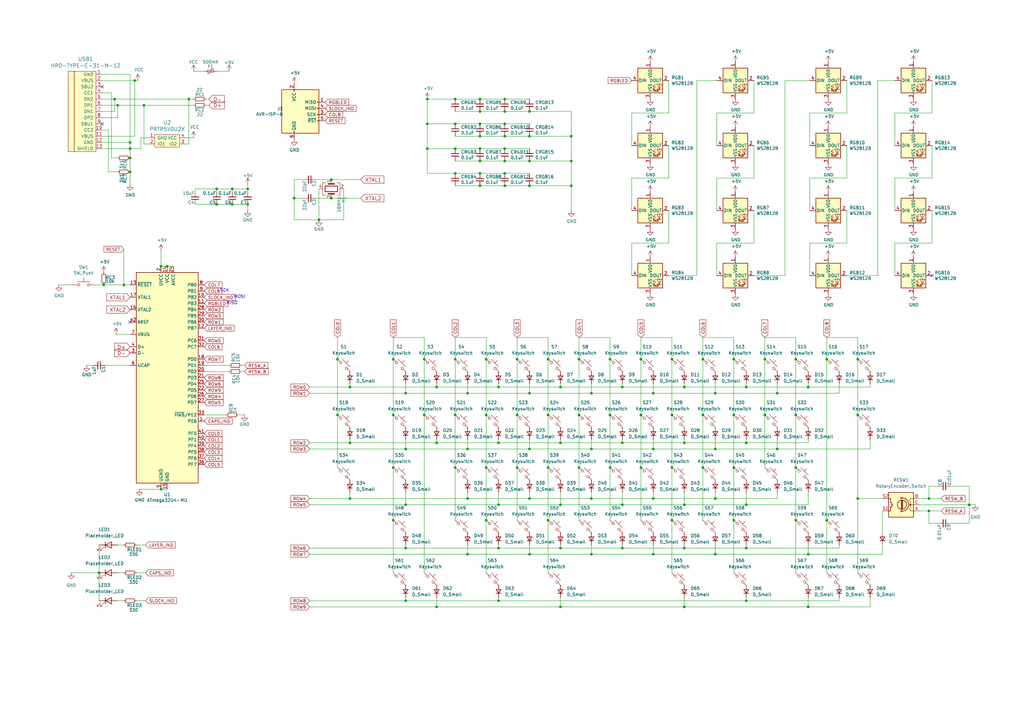
<source format=kicad_sch>
(kicad_sch (version 20250114) (generator "eeschema") (generator_version "9.0")
  (paper "A3")
  (text "SCK" (at 90.17 120.015 0) (effects (font (size 1.27 1.27)) (justify left bottom)))
  (text "MISO" (at 92.71 125.095 0) (effects (font (size 1.27 1.27)) (justify left bottom)))
  (text "MOSI" (at 95.885 122.555 0) (effects (font (size 1.27 1.27)) (justify left bottom)))
  (junction (at 306.07 158.75))
  (junction (at 224.79 170.18))
  (junction (at 207.01 55.88))
  (junction (at 397.51 207.01))
  (junction (at 242.57 161.29))
  (junction (at 267.97 161.29))
  (junction (at 173.99 170.18))
  (junction (at 143.51 204.47))
  (junction (at 42.545 116.84))
  (junction (at 212.09 147.32))
  (junction (at 351.79 204.47))
  (junction (at 293.37 161.29))
  (junction (at 191.77 204.47))
  (junction (at 331.47 158.75))
  (junction (at 217.17 45.72))
  (junction (at 166.37 184.15))
  (junction (at 196.85 40.64))
  (junction (at 331.47 227.33))
  (junction (at 130.81 90.17))
  (junction (at 242.57 184.15))
  (junction (at 331.47 248.92))
  (junction (at 161.29 147.32))
  (junction (at 242.57 227.33))
  (junction (at 191.77 227.33))
  (junction (at 288.29 170.18))
  (junction (at 143.51 181.61))
  (junction (at 224.79 213.36))
  (junction (at 300.99 213.36))
  (junction (at 166.37 224.79))
  (junction (at 207.01 40.64))
  (junction (at 217.17 161.29))
  (junction (at 237.49 191.77))
  (junction (at 237.49 170.18))
  (junction (at 255.27 158.75))
  (junction (at 138.43 147.32))
  (junction (at 217.17 204.47))
  (junction (at 186.69 60.96))
  (junction (at 166.37 246.38))
  (junction (at 326.39 147.32))
  (junction (at 196.85 66.04))
  (junction (at 95.25 77.47))
  (junction (at 88.9 83.82))
  (junction (at 53.34 58.42))
  (junction (at 199.39 147.32))
  (junction (at 204.47 246.38))
  (junction (at 234.315 76.2))
  (junction (at 300.99 147.32))
  (junction (at 48.26 43.18))
  (junction (at 59.055 43.18))
  (junction (at 135.89 73.66))
  (junction (at 46.99 40.64))
  (junction (at 229.87 158.75))
  (junction (at 300.99 170.18))
  (junction (at 306.07 246.38))
  (junction (at 250.19 147.32))
  (junction (at 293.37 184.15))
  (junction (at 262.89 147.32))
  (junction (at 199.39 191.77))
  (junction (at 191.77 184.15))
  (junction (at 50.8 116.84))
  (junction (at 275.59 147.32))
  (junction (at 306.07 224.79))
  (junction (at 204.47 158.75))
  (junction (at 288.29 147.32))
  (junction (at 262.89 170.18))
  (junction (at 175.26 60.96))
  (junction (at 53.34 60.96))
  (junction (at 255.27 181.61))
  (junction (at 293.37 204.47))
  (junction (at 280.67 158.75))
  (junction (at 313.69 170.18))
  (junction (at 267.97 184.15))
  (junction (at 267.97 227.33))
  (junction (at 179.07 248.92))
  (junction (at 207.01 60.96))
  (junction (at 196.85 71.12))
  (junction (at 250.19 191.77))
  (junction (at 53.34 64.77))
  (junction (at 313.69 147.32))
  (junction (at 300.99 191.77))
  (junction (at 196.85 55.88))
  (junction (at 217.17 55.88))
  (junction (at 77.47 40.64))
  (junction (at 229.87 248.92))
  (junction (at 326.39 213.36))
  (junction (at 88.9 77.47))
  (junction (at 280.67 207.01))
  (junction (at 66.04 109.22))
  (junction (at 326.39 191.77))
  (junction (at 143.51 158.75))
  (junction (at 242.57 204.47))
  (junction (at 339.09 213.36))
  (junction (at 166.37 161.29))
  (junction (at 234.315 66.04))
  (junction (at 186.69 40.64))
  (junction (at 237.49 147.32))
  (junction (at 186.69 71.12))
  (junction (at 179.07 158.75))
  (junction (at 175.26 50.8))
  (junction (at 186.69 50.8))
  (junction (at 339.09 147.32))
  (junction (at 138.43 170.18))
  (junction (at 191.77 161.29))
  (junction (at 275.59 191.77))
  (junction (at 204.47 181.61))
  (junction (at 186.69 170.18))
  (junction (at 161.29 191.77))
  (junction (at 95.25 83.82))
  (junction (at 280.67 224.79))
  (junction (at 280.67 181.61))
  (junction (at 207.01 66.04))
  (junction (at 179.07 181.61))
  (junction (at 351.79 147.32))
  (junction (at 212.09 191.77))
  (junction (at 199.39 213.36))
  (junction (at 224.79 191.77))
  (junction (at 212.09 170.18))
  (junction (at 161.29 213.36))
  (junction (at 207.01 50.8))
  (junction (at 234.315 55.88))
  (junction (at 66.04 200.66))
  (junction (at 217.17 76.2))
  (junction (at 229.87 207.01))
  (junction (at 250.19 170.18))
  (junction (at 196.85 45.72))
  (junction (at 229.87 181.61))
  (junction (at 161.29 170.18))
  (junction (at 207.01 76.2))
  (junction (at 255.27 224.79))
  (junction (at 381 209.55))
  (junction (at 280.67 248.92))
  (junction (at 224.79 147.32))
  (junction (at 68.58 109.22))
  (junction (at 101.6 77.47))
  (junction (at 267.97 204.47))
  (junction (at 199.39 170.18))
  (junction (at 101.6 83.82))
  (junction (at 255.27 207.01))
  (junction (at 196.85 76.2))
  (junction (at 262.89 191.77))
  (junction (at 288.29 191.77))
  (junction (at 55.245 33.02))
  (junction (at 204.47 207.01))
  (junction (at 217.17 227.33))
  (junction (at 318.77 184.15))
  (junction (at 175.26 40.64))
  (junction (at 196.85 50.8))
  (junction (at 120.65 81.28))
  (junction (at 275.59 170.18))
  (junction (at 275.59 213.36))
  (junction (at 381 204.47))
  (junction (at 306.07 207.01))
  (junction (at 207.01 71.12))
  (junction (at 166.37 207.01))
  (junction (at 229.87 224.79))
  (junction (at 306.07 181.61))
  (junction (at 186.69 191.77))
  (junction (at 326.39 170.18))
  (junction (at 186.69 147.32))
  (junction (at 173.99 147.32))
  (junction (at 135.89 81.28))
  (junction (at 207.01 45.72))
  (junction (at 204.47 224.79))
  (junction (at 40.64 234.95))
  (junction (at 53.34 70.485))
  (junction (at 351.79 170.18))
  (junction (at 217.17 66.04))
  (junction (at 217.17 184.15))
  (junction (at 293.37 227.33))
  (junction (at 196.85 60.96))
  (junction (at 318.77 161.29))
  (no_connect (at 41.91 35.56))
  (no_connect (at 53.34 132.08))
  (no_connect (at 41.91 50.8))
  (no_connect (at 382.27 113.03))
  (wire (pts (xy 351.79 204.47) (xy 361.95 204.47)))
  (wire (pts (xy 217.17 184.15) (xy 242.57 184.15)))
  (wire (pts (xy 45.72 64.77) (xy 48.26 64.77)))
  (wire (pts (xy 53.34 60.96) (xy 57.785 60.96)))
  (wire (pts (xy 217.17 40.64) (xy 207.01 40.64)))
  (wire (pts (xy 331.47 157.48) (xy 331.47 158.75)))
  (wire (pts (xy 331.47 227.33) (xy 331.47 223.52)))
  (wire (pts (xy 79.375 56.515) (xy 76.2 56.515)))
  (wire (pts (xy 140.97 90.17) (xy 140.97 77.47)))
  (wire (pts (xy 161.29 170.18) (xy 161.29 191.77)))
  (wire (pts (xy 389.89 199.39) (xy 397.51 199.39)))
  (wire (pts (xy 138.43 138.43) (xy 138.43 147.32)))
  (wire (pts (xy 229.87 224.79) (xy 255.27 224.79)))
  (wire (pts (xy 175.26 40.64) (xy 186.69 40.64)))
  (wire (pts (xy 367.03 46.355) (xy 367.03 59.69)))
  (wire (pts (xy 80.01 83.82) (xy 88.9 83.82)))
  (wire (pts (xy 196.85 76.2) (xy 207.01 76.2)))
  (wire (pts (xy 255.27 207.01) (xy 280.67 207.01)))
  (wire (pts (xy 186.69 66.04) (xy 196.85 66.04)))
  (wire (pts (xy 347.345 73.025) (xy 332.105 73.025)))
  (wire (pts (xy 275.59 170.18) (xy 275.59 191.77)))
  (wire (pts (xy 306.07 181.61) (xy 331.47 181.61)))
  (wire (pts (xy 175.26 60.96) (xy 186.69 60.96)))
  (wire (pts (xy 46.99 40.64) (xy 77.47 40.64)))
  (wire (pts (xy 207.01 76.2) (xy 217.17 76.2)))
  (wire (pts (xy 332.105 46.355) (xy 332.105 59.69)))
  (wire (pts (xy 166.37 246.38) (xy 204.47 246.38)))
  (wire (pts (xy 88.9 29.21) (xy 93.98 29.21)))
  (wire (pts (xy 224.79 191.77) (xy 224.79 213.36)))
  (wire (pts (xy 229.87 158.75) (xy 255.27 158.75)))
  (wire (pts (xy 217.17 45.72) (xy 234.315 45.72)))
  (wire (pts (xy 347.345 46.355) (xy 332.105 46.355)))
  (wire (pts (xy 326.39 191.77) (xy 326.39 213.36)))
  (wire (pts (xy 186.69 170.18) (xy 186.69 191.77)))
  (wire (pts (xy 85.725 43.18) (xy 84.455 43.18)))
  (wire (pts (xy 44.45 53.34) (xy 44.45 70.485)))
  (wire (pts (xy 50.8 223.52) (xy 48.26 223.52)))
  (wire (pts (xy 179.07 245.11) (xy 179.07 248.92)))
  (wire (pts (xy 204.47 181.61) (xy 229.87 181.61)))
  (wire (pts (xy 382.27 33.02) (xy 382.27 46.355)))
  (wire (pts (xy 143.51 157.48) (xy 143.51 158.75)))
  (wire (pts (xy 191.77 157.48) (xy 191.77 161.29)))
  (wire (pts (xy 309.245 113.03) (xy 321.945 113.03)))
  (wire (pts (xy 313.69 170.18) (xy 313.69 191.77)))
  (wire (pts (xy 196.85 66.04) (xy 207.01 66.04)))
  (wire (pts (xy 199.39 170.18) (xy 199.39 191.77)))
  (wire (pts (xy 166.37 201.93) (xy 166.37 207.01)))
  (wire (pts (xy 347.345 86.36) (xy 347.345 99.695)))
  (wire (pts (xy 347.345 113.03) (xy 360.045 113.03)))
  (wire (pts (xy 53.34 70.485) (xy 53.34 75.565)))
  (wire (pts (xy 179.07 181.61) (xy 204.47 181.61)))
  (wire (pts (xy 313.69 147.32) (xy 313.69 170.18)))
  (wire (pts (xy 59.055 59.055) (xy 59.055 43.18)))
  (wire (pts (xy 166.37 161.29) (xy 191.77 161.29)))
  (wire (pts (xy 101.6 77.47) (xy 101.6 78.74)))
  (wire (pts (xy 59.055 43.18) (xy 79.375 43.18)))
  (wire (pts (xy 179.07 180.34) (xy 179.07 181.61)))
  (wire (pts (xy 204.47 245.11) (xy 204.47 246.38)))
  (wire (pts (xy 50.8 234.95) (xy 48.26 234.95)))
  (wire (pts (xy 88.9 77.47) (xy 95.25 77.47)))
  (wire (pts (xy 331.47 181.61) (xy 331.47 180.34)))
  (wire (pts (xy 300.99 147.32) (xy 300.99 170.18)))
  (wire (pts (xy 57.785 56.515) (xy 60.96 56.515)))
  (wire (pts (xy 318.77 184.15) (xy 356.87 184.15)))
  (wire (pts (xy 196.85 45.72) (xy 207.01 45.72)))
  (wire (pts (xy 207.01 55.88) (xy 217.17 55.88)))
  (wire (pts (xy 389.89 214.63) (xy 397.51 214.63)))
  (wire (pts (xy 274.32 113.03) (xy 285.75 113.03)))
  (wire (pts (xy 45.72 64.77) (xy 45.72 38.1)))
  (wire (pts (xy 229.87 248.92) (xy 280.67 248.92)))
  (wire (pts (xy 127 246.38) (xy 166.37 246.38)))
  (wire (pts (xy 381 204.47) (xy 381 199.39)))
  (wire (pts (xy 331.47 245.11) (xy 331.47 248.92)))
  (wire (pts (xy 255.27 201.93) (xy 255.27 207.01)))
  (wire (pts (xy 212.09 138.43) (xy 212.09 147.32)))
  (wire (pts (xy 347.345 33.02) (xy 347.345 46.355)))
  (wire (pts (xy 356.87 184.15) (xy 356.87 180.34)))
  (wire (pts (xy 130.81 90.17) (xy 130.81 77.47)))
  (wire (pts (xy 186.69 191.77) (xy 186.69 213.36)))
  (wire (pts (xy 267.97 227.33) (xy 293.37 227.33)))
  (wire (pts (xy 351.79 138.43) (xy 351.79 147.32)))
  (wire (pts (xy 212.09 147.32) (xy 212.09 170.18)))
  (wire (pts (xy 274.32 59.69) (xy 274.32 73.025)))
  (wire (pts (xy 143.51 158.75) (xy 179.07 158.75)))
  (wire (pts (xy 217.17 157.48) (xy 217.17 161.29)))
  (wire (pts (xy 161.29 191.77) (xy 161.29 213.36)))
  (wire (pts (xy 331.47 248.92) (xy 356.87 248.92)))
  (wire (pts (xy 259.08 99.695) (xy 259.08 113.03)))
  (wire (pts (xy 217.17 50.8) (xy 207.01 50.8)))
  (wire (pts (xy 326.39 213.36) (xy 326.39 234.95)))
  (wire (pts (xy 66.04 102.87) (xy 66.04 109.22)))
  (wire (pts (xy 101.6 83.82) (xy 101.6 86.36)))
  (wire (pts (xy 382.27 86.36) (xy 382.27 99.695)))
  (wire (pts (xy 250.19 138.43) (xy 250.19 147.32)))
  (wire (pts (xy 217.17 223.52) (xy 217.17 227.33)))
  (wire (pts (xy 41.91 48.26) (xy 48.26 48.26)))
  (wire (pts (xy 166.37 245.11) (xy 166.37 246.38)))
  (wire (pts (xy 280.67 158.75) (xy 306.07 158.75)))
  (wire (pts (xy 161.29 138.43) (xy 161.29 147.32)))
  (wire (pts (xy 66.04 200.66) (xy 68.58 200.66)))
  (wire (pts (xy 267.97 184.15) (xy 293.37 184.15)))
  (wire (pts (xy 204.47 207.01) (xy 229.87 207.01)))
  (wire (pts (xy 280.67 245.11) (xy 280.67 248.92)))
  (wire (pts (xy 53.34 60.96) (xy 53.34 64.77)))
  (wire (pts (xy 242.57 204.47) (xy 267.97 204.47)))
  (wire (pts (xy 367.03 73.025) (xy 367.03 86.36)))
  (wire (pts (xy 204.47 246.38) (xy 306.07 246.38)))
  (wire (pts (xy 41.91 53.34) (xy 44.45 53.34)))
  (wire (pts (xy 43.18 149.86) (xy 53.34 149.86)))
  (wire (pts (xy 48.26 43.18) (xy 41.91 43.18)))
  (wire (pts (xy 166.37 157.48) (xy 166.37 161.29)))
  (wire (pts (xy 280.67 223.52) (xy 280.67 224.79)))
  (wire (pts (xy 242.57 184.15) (xy 267.97 184.15)))
  (wire (pts (xy 95.25 77.47) (xy 101.6 77.47)))
  (wire (pts (xy 127 158.75) (xy 143.51 158.75)))
  (wire (pts (xy 300.99 191.77) (xy 300.99 213.36)))
  (wire (pts (xy 361.95 218.44) (xy 361.95 209.55)))
  (wire (pts (xy 143.51 204.47) (xy 191.77 204.47)))
  (wire (pts (xy 56.515 33.02) (xy 55.245 33.02)))
  (wire (pts (xy 173.99 138.43) (xy 173.99 147.32)))
  (wire (pts (xy 217.17 201.93) (xy 217.17 204.47)))
  (wire (pts (xy 267.97 157.48) (xy 267.97 161.29)))
  (wire (pts (xy 77.47 59.055) (xy 77.47 40.64)))
  (wire (pts (xy 234.315 55.88) (xy 217.17 55.88)))
  (wire (pts (xy 100.33 152.4) (xy 99.06 152.4)))
  (wire (pts (xy 186.69 138.43) (xy 199.39 138.43)))
  (wire (pts (xy 293.37 201.93) (xy 293.37 204.47)))
  (wire (pts (xy 274.32 46.355) (xy 259.08 46.355)))
  (wire (pts (xy 191.77 227.33) (xy 217.17 227.33)))
  (wire (pts (xy 259.08 73.025) (xy 259.08 86.36)))
  (wire (pts (xy 130.81 90.17) (xy 140.97 90.17)))
  (wire (pts (xy 274.32 33.02) (xy 274.32 46.355)))
  (wire (pts (xy 293.37 184.15) (xy 318.77 184.15)))
  (wire (pts (xy 234.315 66.04) (xy 234.315 55.88)))
  (wire (pts (xy 267.97 180.34) (xy 267.97 184.15)))
  (wire (pts (xy 280.67 180.34) (xy 280.67 181.61)))
  (wire (pts (xy 280.67 207.01) (xy 306.07 207.01)))
  (wire (pts (xy 68.58 109.22) (xy 71.12 109.22)))
  (wire (pts (xy 259.08 46.355) (xy 259.08 59.69)))
  (wire (pts (xy 234.315 86.36) (xy 234.315 76.2)))
  (wire (pts (xy 288.29 138.43) (xy 300.99 138.43)))
  (wire (pts (xy 386.08 209.55) (xy 381 209.55)))
  (wire (pts (xy 309.245 46.355) (xy 294.005 46.355)))
  (wire (pts (xy 42.545 116.84) (xy 50.8 116.84)))
  (wire (pts (xy 250.19 170.18) (xy 250.19 191.77)))
  (wire (pts (xy 381 214.63) (xy 384.81 214.63)))
  (wire (pts (xy 262.89 138.43) (xy 262.89 147.32)))
  (wire (pts (xy 127 161.29) (xy 166.37 161.29)))
  (wire (pts (xy 217.17 161.29) (xy 242.57 161.29)))
  (wire (pts (xy 217.17 180.34) (xy 217.17 184.15)))
  (wire (pts (xy 45.72 38.1) (xy 41.91 38.1)))
  (wire (pts (xy 138.43 147.32) (xy 138.43 170.18)))
  (wire (pts (xy 321.945 33.02) (xy 332.105 33.02)))
  (wire (pts (xy 288.29 170.18) (xy 288.29 191.77)))
  (wire (pts (xy 313.69 138.43) (xy 326.39 138.43)))
  (wire (pts (xy 331.47 227.33) (xy 361.95 227.33)))
  (wire (pts (xy 347.345 59.69) (xy 347.345 73.025)))
  (wire (pts (xy 84.455 40.64) (xy 85.725 40.64)))
  (wire (pts (xy 129.54 73.66) (xy 135.89 73.66)))
  (wire (pts (xy 120.65 81.28) (xy 124.46 81.28)))
  (wire (pts (xy 41.91 55.88) (xy 55.245 55.88)))
  (wire (pts (xy 143.51 180.34) (xy 143.51 181.61)))
  (wire (pts (xy 237.49 138.43) (xy 237.49 147.32)))
  (wire (pts (xy 191.77 223.52) (xy 191.77 227.33)))
  (wire (pts (xy 262.89 191.77) (xy 262.89 213.36)))
  (wire (pts (xy 135.89 73.66) (xy 147.955 73.66)))
  (wire (pts (xy 332.105 73.025) (xy 332.105 86.36)))
  (wire (pts (xy 300.99 138.43) (xy 300.99 147.32)))
  (wire (pts (xy 274.32 73.025) (xy 259.08 73.025)))
  (wire (pts (xy 288.29 147.32) (xy 288.29 170.18)))
  (wire (pts (xy 191.77 184.15) (xy 217.17 184.15)))
  (wire (pts (xy 326.39 170.18) (xy 326.39 191.77)))
  (wire (pts (xy 40.64 223.52) (xy 40.64 234.95)))
  (wire (pts (xy 196.85 71.12) (xy 186.69 71.12)))
  (wire (pts (xy 318.77 161.29) (xy 344.17 161.29)))
  (wire (pts (xy 166.37 223.52) (xy 166.37 224.79)))
  (wire (pts (xy 306.07 157.48) (xy 306.07 158.75)))
  (wire (pts (xy 397.51 207.01) (xy 400.05 207.01)))
  (wire (pts (xy 339.09 138.43) (xy 351.79 138.43)))
  (wire (pts (xy 255.27 223.52) (xy 255.27 224.79)))
  (wire (pts (xy 237.49 191.77) (xy 237.49 213.36)))
  (wire (pts (xy 83.82 152.4) (xy 93.98 152.4)))
  (wire (pts (xy 199.39 191.77) (xy 199.39 213.36)))
  (wire (pts (xy 313.69 138.43) (xy 313.69 147.32)))
  (wire (pts (xy 381 199.39) (xy 384.81 199.39)))
  (wire (pts (xy 344.17 224.79) (xy 344.17 223.52)))
  (wire (pts (xy 306.07 207.01) (xy 331.47 207.01)))
  (wire (pts (xy 57.785 60.96) (xy 57.785 56.515)))
  (wire (pts (xy 397.51 199.39) (xy 397.51 207.01)))
  (wire (pts (xy 127 204.47) (xy 143.51 204.47)))
  (wire (pts (xy 55.245 55.88) (xy 55.245 33.02)))
  (wire (pts (xy 288.29 191.77) (xy 288.29 213.36)))
  (wire (pts (xy 207.01 40.64) (xy 196.85 40.64)))
  (wire (pts (xy 29.21 234.95) (xy 40.64 234.95)))
  (wire (pts (xy 242.57 227.33) (xy 267.97 227.33)))
  (wire (pts (xy 356.87 158.75) (xy 356.87 157.48)))
  (wire (pts (xy 80.01 77.47) (xy 88.9 77.47)))
  (wire (pts (xy 204.47 180.34) (xy 204.47 181.61)))
  (wire (pts (xy 186.69 55.88) (xy 196.85 55.88)))
  (wire (pts (xy 237.49 138.43) (xy 250.19 138.43)))
  (wire (pts (xy 255.27 180.34) (xy 255.27 181.61)))
  (wire (pts (xy 224.79 213.36) (xy 224.79 234.95)))
  (wire (pts (xy 76.2 59.055) (xy 77.47 59.055)))
  (wire (pts (xy 229.87 157.48) (xy 229.87 158.75)))
  (wire (pts (xy 120.65 81.28) (xy 120.65 90.17)))
  (wire (pts (xy 83.82 149.86) (xy 93.98 149.86)))
  (wire (pts (xy 77.47 40.64) (xy 79.375 40.64)))
  (wire (pts (xy 280.67 224.79) (xy 306.07 224.79)))
  (wire (pts (xy 44.45 70.485) (xy 48.26 70.485)))
  (wire (pts (xy 309.245 33.02) (xy 309.245 46.355)))
  (wire (pts (xy 196.85 50.8) (xy 186.69 50.8)))
  (wire (pts (xy 300.99 170.18) (xy 300.99 191.77)))
  (wire (pts (xy 100.33 149.86) (xy 99.06 149.86)))
  (wire (pts (xy 306.07 246.38) (xy 344.17 246.38)))
  (wire (pts (xy 229.87 181.61) (xy 255.27 181.61)))
  (wire (pts (xy 57.15 200.66) (xy 66.04 200.66)))
  (wire (pts (xy 347.345 99.695) (xy 332.105 99.695)))
  (wire (pts (xy 242.57 161.29) (xy 267.97 161.29)))
  (wire (pts (xy 306.07 158.75) (xy 331.47 158.75)))
  (wire (pts (xy 306.07 223.52) (xy 306.07 224.79)))
  (wire (pts (xy 331.47 158.75) (xy 356.87 158.75)))
  (wire (pts (xy 204.47 223.52) (xy 204.47 224.79)))
  (wire (pts (xy 95.25 83.82) (xy 101.6 83.82)))
  (wire (pts (xy 95.25 77.47) (xy 95.25 78.74)))
  (wire (pts (xy 186.69 76.2) (xy 196.85 76.2)))
  (wire (pts (xy 377.19 207.01) (xy 397.51 207.01)))
  (wire (pts (xy 274.32 86.36) (xy 274.32 99.695)))
  (wire (pts (xy 339.09 138.43) (xy 339.09 147.32)))
  (wire (pts (xy 237.49 170.18) (xy 237.49 191.77)))
  (wire (pts (xy 217.17 227.33) (xy 242.57 227.33)))
  (wire (pts (xy 382.27 99.695) (xy 367.03 99.695)))
  (wire (pts (xy 120.65 90.17) (xy 130.81 90.17)))
  (wire (pts (xy 191.77 204.47) (xy 217.17 204.47)))
  (wire (pts (xy 212.09 170.18) (xy 212.09 191.77)))
  (wire (pts (xy 294.005 73.025) (xy 294.005 86.36)))
  (wire (pts (xy 161.29 147.32) (xy 161.29 170.18)))
  (wire (pts (xy 306.07 224.79) (xy 344.17 224.79)))
  (wire (pts (xy 48.26 48.26) (xy 48.26 43.18)))
  (wire (pts (xy 217.17 76.2) (xy 234.315 76.2)))
  (wire (pts (xy 175.26 60.96) (xy 175.26 50.8)))
  (wire (pts (xy 255.27 158.75) (xy 280.67 158.75)))
  (wire (pts (xy 361.95 223.52) (xy 361.95 227.33)))
  (wire (pts (xy 60.96 59.055) (xy 59.055 59.055)))
  (wire (pts (xy 138.43 170.18) (xy 138.43 191.77)))
  (wire (pts (xy 204.47 224.79) (xy 229.87 224.79)))
  (wire (pts (xy 309.245 59.69) (xy 309.245 73.025)))
  (wire (pts (xy 293.37 204.47) (xy 318.77 204.47)))
  (wire (pts (xy 47.625 137.16) (xy 53.34 137.16)))
  (wire (pts (xy 293.37 227.33) (xy 331.47 227.33)))
  (wire (pts (xy 53.34 64.77) (xy 53.34 70.485)))
  (wire (pts (xy 143.51 181.61) (xy 179.07 181.61)))
  (wire (pts (xy 275.59 138.43) (xy 275.59 147.32)))
  (wire (pts (xy 318.77 157.48) (xy 318.77 161.29)))
  (wire (pts (xy 356.87 248.92) (xy 356.87 245.11)))
  (wire (pts (xy 173.99 170.18) (xy 173.99 234.95)))
  (wire (pts (xy 262.89 147.32) (xy 262.89 170.18)))
  (wire (pts (xy 309.245 73.025) (xy 294.005 73.025)))
  (wire (pts (xy 288.29 138.43) (xy 288.29 147.32)))
  (wire (pts (xy 234.315 76.2) (xy 234.315 66.04)))
  (wire (pts (xy 294.005 46.355) (xy 294.005 59.69)))
  (wire (pts (xy 212.09 191.77) (xy 212.09 213.36)))
  (wire (pts (xy 294.005 99.695) (xy 294.005 113.03)))
  (wire (pts (xy 382.27 59.69) (xy 382.27 73.025)))
  (wire (pts (xy 59.69 223.52) (xy 55.88 223.52)))
  (wire (pts (xy 124.46 73.66) (xy 120.65 73.66)))
  (wire (pts (xy 173.99 147.32) (xy 173.99 170.18)))
  (wire (pts (xy 166.37 224.79) (xy 204.47 224.79)))
  (wire (pts (xy 196.85 55.88) (xy 207.01 55.88)))
  (wire (pts (xy 80.01 77.47) (xy 80.01 78.74)))
  (wire (pts (xy 40.64 234.95) (xy 40.64 246.38)))
  (wire (pts (xy 242.57 180.34) (xy 242.57 184.15)))
  (wire (pts (xy 186.69 147.32) (xy 186.69 170.18)))
  (wire (pts (xy 207.01 66.04) (xy 217.17 66.04)))
  (wire (pts (xy 166.37 184.15) (xy 191.77 184.15)))
  (wire (pts (xy 175.26 50.8) (xy 186.69 50.8)))
  (wire (pts (xy 196.85 60.96) (xy 186.69 60.96)))
  (wire (pts (xy 204.47 201.93) (xy 204.47 207.01)))
  (wire (pts (xy 59.69 234.95) (xy 55.88 234.95)))
  (wire (pts (xy 250.19 191.77) (xy 250.19 213.36)))
  (wire (pts (xy 196.85 40.64) (xy 186.69 40.64)))
  (wire (pts (xy 360.045 113.03) (xy 360.045 33.02)))
  (wire (pts (xy 204.47 157.48) (xy 204.47 158.75)))
  (wire (pts (xy 207.01 60.96) (xy 196.85 60.96)))
  (wire (pts (xy 250.19 147.32) (xy 250.19 170.18)))
  (wire (pts (xy 191.77 161.29) (xy 217.17 161.29)))
  (wire (pts (xy 29.21 116.84) (xy 24.13 116.84)))
  (wire (pts (xy 386.08 204.47) (xy 381 204.47)))
  (wire (pts (xy 191.77 180.34) (xy 191.77 184.15)))
  (wire (pts (xy 217.17 71.12) (xy 207.01 71.12)))
  (wire (pts (xy 224.79 170.18) (xy 224.79 191.77)))
  (wire (pts (xy 229.87 207.01) (xy 255.27 207.01)))
  (wire (pts (xy 79.375 29.21) (xy 83.82 29.21)))
  (wire (pts (xy 339.09 213.36) (xy 339.09 234.95)))
  (wire (pts (xy 66.04 109.22) (xy 68.58 109.22)))
  (wire (pts (xy 242.57 223.52) (xy 242.57 227.33)))
  (wire (pts (xy 127 184.15) (xy 166.37 184.15)))
  (wire (pts (xy 309.245 99.695) (xy 294.005 99.695)))
  (wire (pts (xy 97.79 170.18) (xy 100.33 170.18)))
  (wire (pts (xy 199.39 138.43) (xy 199.39 147.32)))
  (wire (pts (xy 262.89 170.18) (xy 262.89 191.77)))
  (wire (pts (xy 217.17 60.96) (xy 207.01 60.96)))
  (wire (pts (xy 175.26 50.8) (xy 175.26 40.64)))
  (wire (pts (xy 127 248.92) (xy 179.07 248.92)))
  (wire (pts (xy 381 204.47) (xy 377.19 204.47)))
  (wire (pts (xy 331.47 207.01) (xy 331.47 201.93)))
  (wire (pts (xy 46.99 45.72) (xy 41.91 45.72)))
  (wire (pts (xy 207.01 71.12) (xy 196.85 71.12)))
  (wire (pts (xy 367.03 99.695) (xy 367.03 113.03)))
  (wire (pts (xy 229.87 245.11) (xy 229.87 248.92)))
  (wire (pts (xy 397.51 214.63) (xy 397.51 207.01)))
  (wire (pts (xy 50.8 116.84) (xy 53.34 116.84)))
  (wire (pts (xy 267.97 223.52) (xy 267.97 227.33)))
  (wire (pts (xy 46.99 40.64) (xy 46.99 45.72)))
  (wire (pts (xy 41.91 30.48) (xy 53.34 30.48)))
  (wire (pts (xy 300.99 213.36) (xy 300.99 234.95)))
  (wire (pts (xy 186.69 138.43) (xy 186.69 147.32)))
  (wire (pts (xy 255.27 181.61) (xy 280.67 181.61)))
  (wire (pts (xy 229.87 201.93) (xy 229.87 207.01)))
  (wire (pts (xy 161.29 213.36) (xy 161.29 234.95)))
  (wire (pts (xy 306.07 245.11) (xy 306.07 246.38)))
  (wire (pts (xy 351.79 170.18) (xy 351.79 204.47)))
  (wire (pts (xy 161.29 138.43) (xy 173.99 138.43)))
  (wire (pts (xy 101.6 75.565) (xy 101.6 77.47)))
  (wire (pts (xy 179.07 157.48) (xy 179.07 158.75)))
  (wire (pts (xy 179.07 158.75) (xy 204.47 158.75)))
  (wire (pts (xy 53.34 30.48) (xy 53.34 58.42)))
  (wire (pts (xy 41.91 60.96) (xy 53.34 60.96)))
  (wire (pts (xy 217.17 66.04) (xy 234.315 66.04)))
  (wire (pts (xy 217.17 204.47) (xy 242.57 204.47)))
  (wire (pts (xy 262.89 138.43) (xy 275.59 138.43)))
  (wire (pts (xy 39.37 116.84) (xy 42.545 116.84)))
  (wire (pts (xy 280.67 201.93) (xy 280.67 207.01)))
  (wire (pts (xy 293.37 180.34) (xy 293.37 184.15)))
  (wire (pts (xy 186.69 71.12) (xy 175.26 71.12)))
  (wire (pts (xy 280.67 157.48) (xy 280.67 158.75)))
  (wire (pts (xy 381 209.55) (xy 381 214.63)))
  (wire (pts (xy 255.27 224.79) (xy 280.67 224.79)))
  (wire (pts (xy 242.57 201.93) (xy 242.57 204.47)))
  (wire (pts (xy 53.34 60.96) (xy 53.34 58.42)))
  (wire (pts (xy 127 227.33) (xy 191.77 227.33)))
  (wire (pts (xy 332.105 99.695) (xy 332.105 113.03)))
  (wire (pts (xy 339.09 147.32) (xy 339.09 213.36)))
  (wire (pts (xy 280.67 248.92) (xy 331.47 248.92)))
  (wire (pts (xy 129.54 81.28) (xy 135.89 81.28)))
  (wire (pts (xy 199.39 147.32) (xy 199.39 170.18)))
  (wire (pts (xy 127 181.61) (xy 143.51 181.61)))
  (wire (pts (xy 318.77 201.93) (xy 318.77 204.47)))
  (wire (pts (xy 41.91 40.64) (xy 46.99 40.64)))
  (wire (pts (xy 204.47 158.75) (xy 229.87 158.75)))
  (wire (pts (xy 48.26 43.18) (xy 59.055 43.18)))
  (wire (pts (xy 293.37 157.48) (xy 293.37 161.29)))
  (wire (pts (xy 267.97 204.47) (xy 293.37 204.47)))
  (wire (pts (xy 382.27 73.025) (xy 367.03 73.025)))
  (wire (pts (xy 382.27 46.355) (xy 367.03 46.355)))
  (wire (pts (xy 92.71 170.18) (xy 83.82 170.18)))
  (wire (pts (xy 207.01 50.8) (xy 196.85 50.8)))
  (wire (pts (xy 267.97 201.93) (xy 267.97 204.47)))
  (wire (pts (xy 344.17 245.11) (xy 344.17 246.38)))
  (wire (pts (xy 186.69 45.72) (xy 196.85 45.72)))
  (wire (pts (xy 143.51 201.93) (xy 143.51 204.47)))
  (wire (pts (xy 275.59 147.32) (xy 275.59 170.18)))
  (wire (pts (xy 309.245 86.36) (xy 309.245 99.695)))
  (wire (pts (xy 212.09 138.43) (xy 224.79 138.43)))
  (wire (pts (xy 135.89 81.28) (xy 147.955 81.28)))
  (wire (pts (xy 321.945 113.03) (xy 321.945 33.02)))
  (wire (pts (xy 318.77 180.34) (xy 318.77 184.15)))
  (wire (pts (xy 326.39 138.43) (xy 326.39 147.32)))
  (wire (pts (xy 326.39 147.32) (xy 326.39 170.18)))
  (wire (pts (xy 351.79 204.47) (xy 351.79 234.95)))
  (wire (pts (xy 360.045 33.02) (xy 367.03 33.02)))
  (wire (pts (xy 255.27 157.48) (xy 255.27 158.75)))
  (wire (pts (xy 229.87 223.52) (xy 229.87 224.79)))
  (wire (pts (xy 275.59 213.36) (xy 275.59 234.95)))
  (wire (pts (xy 199.39 213.36) (xy 199.39 234.95)))
  (wire (pts (xy 237.49 147.32) (xy 237.49 170.18)))
  (wire (pts (xy 285.75 113.03) (xy 285.75 33.02)))
  (wire (pts (xy 207.01 45.72) (xy 217.17 45.72)))
  (wire (pts (xy 274.32 99.695) (xy 259.08 99.695)))
  (wire (pts (xy 293.37 161.29) (xy 318.77 161.29)))
  (wire (pts (xy 175.26 71.12) (xy 175.26 60.96)))
  (wire (pts (xy 344.17 157.48) (xy 344.17 161.29)))
  (wire (pts (xy 285.75 33.02) (xy 294.005 33.02)))
  (wire (pts (xy 53.34 58.42) (xy 41.91 58.42)))
  (wire (pts (xy 242.57 157.48) (xy 242.57 161.29)))
  (wire (pts (xy 351.79 147.32) (xy 351.79 170.18)))
  (wire (pts (xy 88.9 77.47) (xy 88.9 78.74)))
  (wire (pts (xy 306.07 180.34) (xy 306.07 181.61)))
  (wire (pts (xy 50.8 246.38) (xy 48.26 246.38)))
  (wire (pts (xy 293.37 223.52) (xy 293.37 227.33)))
  (wire (pts (xy 381 209.55) (xy 377.19 209.55)))
  (wire (pts (xy 127 207.01) (xy 166.37 207.01)))
  (wire (pts (xy 229.87 180.34) (xy 229.87 181.61)))
  (wire (pts (xy 120.65 73.66) (xy 120.65 81.28)))
  (wire (pts (xy 166.37 207.01) (xy 204.47 207.01)))
  (wire (pts (xy 224.79 147.32) (xy 224.79 170.18)))
  (wire (pts (xy 50.8 102.235) (xy 50.8 116.84)))
  (wire (pts (xy 267.97 161.29) (xy 293.37 161.29)))
  (wire (pts (xy 35.56 149.86) (xy 38.1 149.86)))
  (wire (pts (xy 179.07 248.92) (xy 229.87 248.92)))
  (wire (pts (xy 166.37 180.34) (xy 166.37 184.15)))
  (wire (pts (xy 127 224.79) (xy 166.37 224.79)))
  (wire (pts (xy 55.245 33.02) (xy 41.91 33.02)))
  (wire (pts (xy 280.67 181.61) (xy 306.07 181.61)))
  (wire (pts (xy 59.69 246.38) (xy 55.88 246.38)))
  (wire (pts (xy 234.315 45.72) (xy 234.315 55.88)))
  (wire (pts (xy 191.77 201.93) (xy 191.77 204.47)))
  (wire (pts (xy 88.9 83.82) (xy 95.25 83.82)))
  (wire (pts (xy 224.79 138.43) (xy 224.79 147.32)))
  (wire (pts (xy 306.07 201.93) (xy 306.07 207.01)))
  (wire (pts (xy 275.59 191.77) (xy 275.59 213.36)))
  (global_label "ROW1" (shape input) (at 127 161.29 180) (property "Intersheetrefs" "${INTERSHEET_REFS}" (effects (hide yes))))
  (global_label "ROW5" (shape input) (at 127 207.01 180) (property "Intersheetrefs" "${INTERSHEET_REFS}" (effects (hide yes))))
  (global_label "D-" (shape input) (at 53.34 144.78 180) (effects (font (size 1.524 1.524))) (property "Intersheetrefs" "${INTERSHEET_REFS}" (effects (hide yes))))
  (global_label "ROW6" (shape input) (at 83.82 157.48 0) (property "Intersheetrefs" "${INTERSHEET_REFS}" (effects (hide yes))))
  (global_label "D+" (shape input) (at 85.725 43.18 0) (effects (font (size 1.524 1.524))) (property "Intersheetrefs" "${INTERSHEET_REFS}" (effects (hide yes))))
  (global_label "ROW4" (shape input) (at 83.82 162.56 0) (property "Intersheetrefs" "${INTERSHEET_REFS}" (effects (hide yes))))
  (global_label "COL0" (shape input) (at 83.82 177.8 0) (property "Intersheetrefs" "${INTERSHEET_REFS}" (effects (hide yes))))
  (global_label "XTAL2" (shape input) (at 53.34 127 180) (effects (font (size 1.524 1.524))) (property "Intersheetrefs" "${INTERSHEET_REFS}" (effects (hide yes))))
  (global_label "COL8" (shape input) (at 133.35 46.99 0) (property "Intersheetrefs" "${INTERSHEET_REFS}" (effects (hide yes))))
  (global_label "RESET" (shape input) (at 133.35 49.53 0) (property "Intersheetrefs" "${INTERSHEET_REFS}" (effects (hide yes))))
  (global_label "CAPS_IND" (shape input) (at 59.69 234.95 0) (property "Intersheetrefs" "${INTERSHEET_REFS}" (effects (hide yes))))
  (global_label "RESW_A" (shape input) (at 100.33 149.86 0) (property "Intersheetrefs" "${INTERSHEET_REFS}" (effects (hide yes))))
  (global_label "RESET" (shape input) (at 50.8 102.235 180) (property "Intersheetrefs" "${INTERSHEET_REFS}" (effects (hide yes))))
  (global_label "ROW9" (shape input) (at 127 248.92 180) (property "Intersheetrefs" "${INTERSHEET_REFS}" (effects (hide yes))))
  (global_label "RGBLED" (shape input) (at 259.08 33.02 180) (property "Intersheetrefs" "${INTERSHEET_REFS}" (effects (hide yes))))
  (global_label "D+" (shape input) (at 53.34 142.24 180) (effects (font (size 1.524 1.524))) (property "Intersheetrefs" "${INTERSHEET_REFS}" (effects (hide yes))))
  (global_label "ROW2" (shape input) (at 83.82 127 0) (property "Intersheetrefs" "${INTERSHEET_REFS}" (effects (hide yes))))
  (global_label "CAPS_IND" (shape input) (at 83.82 172.72 0) (property "Intersheetrefs" "${INTERSHEET_REFS}" (effects (hide yes))))
  (global_label "ROW6" (shape input) (at 127 224.79 180) (property "Intersheetrefs" "${INTERSHEET_REFS}" (effects (hide yes))))
  (global_label "COL8" (shape input) (at 83.82 119.38 0) (property "Intersheetrefs" "${INTERSHEET_REFS}" (effects (hide yes))))
  (global_label "XTAL2" (shape input) (at 147.955 81.28 0) (effects (font (size 1.524 1.524))) (property "Intersheetrefs" "${INTERSHEET_REFS}" (effects (hide yes))))
  (global_label "LAYER_IND" (shape input) (at 59.69 223.52 0) (property "Intersheetrefs" "${INTERSHEET_REFS}" (effects (hide yes))))
  (global_label "RESW_B" (shape input) (at 386.08 204.47 0) (property "Intersheetrefs" "${INTERSHEET_REFS}" (effects (hide yes))))
  (global_label "RGBLED" (shape input) (at 133.35 41.91 0) (property "Intersheetrefs" "${INTERSHEET_REFS}" (effects (hide yes))))
  (global_label "ROW9" (shape input) (at 83.82 160.02 0) (property "Intersheetrefs" "${INTERSHEET_REFS}" (effects (hide yes))))
  (global_label "SLOCK_IND" (shape input) (at 133.35 44.45 0) (property "Intersheetrefs" "${INTERSHEET_REFS}" (effects (hide yes))))
  (global_label "ROW3" (shape input) (at 83.82 129.54 0) (property "Intersheetrefs" "${INTERSHEET_REFS}" (effects (hide yes))))
  (global_label "COL5" (shape input) (at 83.82 190.5 0) (property "Intersheetrefs" "${INTERSHEET_REFS}" (effects (hide yes))))
  (global_label "COL4" (shape input) (at 83.82 187.96 0) (property "Intersheetrefs" "${INTERSHEET_REFS}" (effects (hide yes))))
  (global_label "RGBLED" (shape input) (at 83.82 124.46 0) (property "Intersheetrefs" "${INTERSHEET_REFS}" (effects (hide yes))))
  (global_label "COL6" (shape input) (at 83.82 142.24 0) (property "Intersheetrefs" "${INTERSHEET_REFS}" (effects (hide yes))))
  (global_label "ROW7" (shape input) (at 127 227.33 180) (property "Intersheetrefs" "${INTERSHEET_REFS}" (effects (hide yes))))
  (global_label "ROW0" (shape input) (at 127 158.75 180) (property "Intersheetrefs" "${INTERSHEET_REFS}" (effects (hide yes))))
  (global_label "COL2" (shape input) (at 186.69 138.43 90) (property "Intersheetrefs" "${INTERSHEET_REFS}" (effects (hide yes))))
  (global_label "ROW8" (shape input) (at 127 246.38 180) (property "Intersheetrefs" "${INTERSHEET_REFS}" (effects (hide yes))))
  (global_label "SLOCK_IND" (shape input) (at 59.69 246.38 0) (property "Intersheetrefs" "${INTERSHEET_REFS}" (effects (hide yes))))
  (global_label "COL7" (shape input) (at 313.69 138.43 90) (property "Intersheetrefs" "${INTERSHEET_REFS}" (effects (hide yes))))
  (global_label "LAYER_IND" (shape input) (at 83.82 134.62 0) (property "Intersheetrefs" "${INTERSHEET_REFS}" (effects (hide yes))))
  (global_label "RESW_B" (shape input) (at 100.33 152.4 0) (property "Intersheetrefs" "${INTERSHEET_REFS}" (effects (hide yes))))
  (global_label "COL1" (shape input) (at 83.82 180.34 0) (property "Intersheetrefs" "${INTERSHEET_REFS}" (effects (hide yes))))
  (global_label "XTAL1" (shape input) (at 53.34 121.92 180) (effects (font (size 1.524 1.524))) (property "Intersheetrefs" "${INTERSHEET_REFS}" (effects (hide yes))))
  (global_label "COL3" (shape input) (at 212.09 138.43 90) (property "Intersheetrefs" "${INTERSHEET_REFS}" (effects (hide yes))))
  (global_label "ROW1" (shape input) (at 83.82 132.08 0) (property "Intersheetrefs" "${INTERSHEET_REFS}" (effects (hide yes))))
  (global_label "ROW4" (shape input) (at 127 204.47 180) (property "Intersheetrefs" "${INTERSHEET_REFS}" (effects (hide yes))))
  (global_label "XTAL1" (shape input) (at 147.955 73.66 0) (effects (font (size 1.524 1.524))) (property "Intersheetrefs" "${INTERSHEET_REFS}" (effects (hide yes))))
  (global_label "COL0" (shape input) (at 138.43 138.43 90) (property "Intersheetrefs" "${INTERSHEET_REFS}" (effects (hide yes))))
  (global_label "ROW0" (shape input) (at 83.82 139.7 0) (property "Intersheetrefs" "${INTERSHEET_REFS}" (effects (hide yes))))
  (global_label "ROW3" (shape input) (at 127 184.15 180) (property "Intersheetrefs" "${INTERSHEET_REFS}" (effects (hide yes))))
  (global_label "ROW2" (shape input) (at 127 181.61 180) (property "Intersheetrefs" "${INTERSHEET_REFS}" (effects (hide yes))))
  (global_label "ROW8" (shape input) (at 83.82 154.94 0) (property "Intersheetrefs" "${INTERSHEET_REFS}" (effects (hide yes))))
  (global_label "COL3" (shape input) (at 83.82 185.42 0) (property "Intersheetrefs" "${INTERSHEET_REFS}" (effects (hide yes))))
  (global_label "D-" (shape input) (at 85.725 40.64 0) (effects (font (size 1.524 1.524))) (property "Intersheetrefs" "${INTERSHEET_REFS}" (effects (hide yes))))
  (global_label "ROW5" (shape input) (at 83.82 165.1 0) (property "Intersheetrefs" "${INTERSHEET_REFS}" (effects (hide yes))))
  (global_label "COL6" (shape input) (at 288.29 138.43 90) (property "Intersheetrefs" "${INTERSHEET_REFS}" (effects (hide yes))))
  (global_label "ROW7" (shape input) (at 83.82 147.32 0) (property "Intersheetrefs" "${INTERSHEET_REFS}" (effects (hide yes))))
  (global_label "COL8" (shape input) (at 339.09 138.43 90) (property "Intersheetrefs" "${INTERSHEET_REFS}" (effects (hide yes))))
  (global_label "COL1" (shape input) (at 161.29 138.43 90) (property "Intersheetrefs" "${INTERSHEET_REFS}" (effects (hide yes))))
  (global_label "SLOCK_IND" (shape input) (at 83.82 121.92 0) (property "Intersheetrefs" "${INTERSHEET_REFS}" (effects (hide yes))))
  (global_label "COL5" (shape input) (at 262.89 138.43 90) (property "Intersheetrefs" "${INTERSHEET_REFS}" (effects (hide yes))))
  (global_label "COL2" (shape input) (at 83.82 182.88 0) (property "Intersheetrefs" "${INTERSHEET_REFS}" (effects (hide yes))))
  (global_label "COL7" (shape input) (at 83.82 116.84 0) (property "Intersheetrefs" "${INTERSHEET_REFS}" (effects (hide yes))))
  (global_label "COL4" (shape input) (at 237.49 138.43 90) (property "Intersheetrefs" "${INTERSHEET_REFS}" (effects (hide yes))))
  (global_label "RESW_A" (shape input) (at 386.08 209.55 0) (property "Intersheetrefs" "${INTERSHEET_REFS}" (effects (hide yes))))
  (symbol (lib_id "Device:Polyfuse_Small") (at 86.36 29.21 270) (unit 1)
    (property "Reference" "F1" (at 86.36 27.305 90))
    (property "Value" "500mA" (at 86.36 25.4 90))
    (property "Footprint" "Fuse:Fuse_1206_3216Metric" (effects (hide yes)))
  )
  (symbol (lib_id "Device:R_Small") (at 81.915 40.64 270) (unit 1)
    (property "Reference" "RC1" (at 80.01 38.735 90) (effects (justify left)))
    (property "Value" "22" (at 80.518 36.83 90) (effects (justify left)))
    (property "Footprint" "locallib:R_0603" (effects (hide yes)))
  )
  (symbol (lib_id "Device:R_Small") (at 81.915 43.18 90) (unit 1)
    (property "Reference" "RC2" (at 83.82 45.085 90) (effects (justify left)))
    (property "Value" "22" (at 83.312 46.99 90) (effects (justify left)))
    (property "Footprint" "locallib:R_0603" (effects (hide yes)))
  )
  (symbol (lib_id "Device:R_Small") (at 42.545 114.3 0) (unit 1)
    (property "Reference" "RC3" (at 43.307 113.792 0) (effects (justify left)))
    (property "Value" "10k" (at 43.307 115.316 0) (effects (justify left)))
    (property "Footprint" "locallib:R_0603" (effects (hide yes)))
  )
  (symbol (lib_id "Device:C_Small") (at 40.64 149.86 270) (unit 1)
    (property "Reference" "C1" (at 42.418 150.114 0) (effects (justify left)))
    (property "Value" "1uF" (at 38.608 150.114 0) (effects (justify left)))
    (property "Footprint" "locallib:C_0603" (effects (hide yes)))
  )
  (symbol (lib_id "power:GND") (at 35.56 149.86 0) (unit 1)
    (property "Reference" "#PWR08" (effects (hide yes)))
    (property "Value" "GND" (at 35.56 153.67 0))
  )
  (symbol (lib_id "Device:Crystal_GND24") (at 135.89 77.47 270) (unit 1)
    (property "Reference" "Y1" (at 140.97 80.645 0) (effects (justify left)))
    (property "Value" "16MHz" (at 139.065 80.645 0) (effects (justify left)))
    (property "Footprint" "Crystal:Crystal_SMD_3225-4Pin_3.2x2.5mm" (effects (hide yes)))
  )
  (symbol (lib_id "power:GND") (at 130.81 90.17 0) (unit 1)
    (property "Reference" "#PWR09" (effects (hide yes)))
    (property "Value" "GND" (at 130.81 93.98 0))
  )
  (symbol (lib_id "Device:C_Small") (at 127 73.66 270) (unit 1)
    (property "Reference" "C2" (at 128.778 73.914 0) (effects (justify left)))
    (property "Value" "22pF" (at 124.968 73.914 0) (effects (justify left)))
    (property "Footprint" "locallib:C_0603" (effects (hide yes)))
  )
  (symbol (lib_id "Device:C_Small") (at 127 81.28 270) (unit 1)
    (property "Reference" "C3" (at 128.778 81.534 0) (effects (justify left)))
    (property "Value" "22pF" (at 124.968 81.534 0) (effects (justify left)))
    (property "Footprint" "locallib:C_0603" (effects (hide yes)))
  )
  (symbol (lib_id "Device:R_Small") (at 95.25 170.18 90) (unit 1)
    (property "Reference" "RC8" (at 94.742 169.418 0) (effects (justify left)))
    (property "Value" "1k" (at 96.266 169.418 0) (effects (justify left)))
    (property "Footprint" "locallib:R_0603" (effects (hide yes)))
  )
  (symbol (lib_id "Device:C_Small") (at 88.9 81.28 180) (unit 1)
    (property "Reference" "C5" (at 88.646 83.058 0) (effects (justify left)))
    (property "Value" "0.1uF" (at 88.646 79.248 0) (effects (justify left)))
    (property "Footprint" "locallib:C_0603" (effects (hide yes)))
  )
  (symbol (lib_id "Device:C_Small") (at 95.25 81.28 180) (unit 1)
    (property "Reference" "C6" (at 94.996 83.058 0) (effects (justify left)))
    (property "Value" "0.1uF" (at 94.996 79.248 0) (effects (justify left)))
    (property "Footprint" "locallib:C_0603" (effects (hide yes)))
  )
  (symbol (lib_id "Device:C_Small") (at 101.6 81.28 180) (unit 1)
    (property "Reference" "C7" (at 101.346 83.058 0) (effects (justify left)))
    (property "Value" "0.1uF" (at 101.346 79.248 0) (effects (justify left)))
    (property "Footprint" "locallib:C_0603" (effects (hide yes)))
  )
  (symbol (lib_id "Device:C_Small") (at 80.01 81.28 180) (unit 1)
    (property "Reference" "C4" (at 79.756 83.058 0) (effects (justify left)))
    (property "Value" "10uF" (at 79.756 79.248 0) (effects (justify left)))
    (property "Footprint" "locallib:C_0603" (effects (hide yes)))
  )
  (symbol (lib_id "Connector:AVR-ISP-6") (at 123.19 46.99 0) (unit 1)
    (property "Reference" "J1" (at 116.078 44.5516 0) (effects (justify right)))
    (property "Value" "AVR-ISP-6" (at 116.078 46.863 0) (effects (justify right)))
    (property "Footprint" "random-keyboard-parts:Reset_Pretty-Mask" (effects (hide yes)))
  )
  (symbol (lib_id "power:+5V") (at 120.65 34.29 0) (unit 1)
    (property "Reference" "#PWR0101" (effects (hide yes)))
    (property "Value" "+5V" (at 121.031 29.8958 0))
  )
  (symbol (lib_id "power:GND") (at 120.65 57.15 0) (unit 1)
    (property "Reference" "#PWR0102" (effects (hide yes)))
    (property "Value" "GND" (at 120.777 61.5442 0))
  )
  (symbol (lib_id "Type-C:HRO-TYPE-C-31-M-12") (at 39.37 44.45 0) (unit 1)
    (property "Reference" "USB1" (at 35.0774 24.2062 0) (effects (font (size 1.524 1.524))))
    (property "Value" "HRO-TYPE-C-31-M-12" (at 35.0774 26.8986 0) (effects (font (size 1.524 1.524))))
    (property "Footprint" "Type-C:HRO-TYPE-C-31-M-12-Assembly" (effects (hide yes)))
  )
  (symbol (lib_id "Switch:SW_Push") (at 34.29 116.84 0) (unit 1)
    (property "Reference" "SW1" (at 34.29 109.601 0))
    (property "Value" "SW_Push" (at 34.29 111.9124 0))
    (property "Footprint" "random-keyboard-parts:SKQG-1155865" (effects (hide yes)))
  )
  (symbol (lib_id "power:GND") (at 24.13 116.84 0) (unit 1)
    (property "Reference" "#PWR0106" (effects (hide yes)))
    (property "Value" "GND" (at 24.257 121.2342 0))
  )
  (symbol (lib_id "LED:WS2812B") (at 266.7 33.02 0) (unit 1)
    (property "Reference" "RGB1" (at 275.3614 31.8516 0) (effects (justify left)))
    (property "Value" "WS2812B" (at 275.3614 34.163 0) (effects (justify left)))
    (property "Footprint" "locallib:LED_WS2812B-PLCC4" (effects (hide yes)))
    (property "Datasheet" "https://cdn-shop.adafruit.com/datasheets/WS2812B.pdf" (effects (hide yes)))
  )
  (symbol (lib_id "power:+5V") (at 266.7 25.4 0) (unit 1)
    (property "Reference" "#PWR0107" (effects (hide yes)))
    (property "Value" "+5V" (at 267.081 21.0058 0))
  )
  (symbol (lib_id "power:GND") (at 266.7 40.64 0) (unit 1)
    (property "Reference" "#PWR0108" (effects (hide yes)))
    (property "Value" "GND" (at 266.827 45.0342 0))
  )
  (symbol (lib_id "LED:WS2812B") (at 266.7 59.69 0) (unit 1)
    (property "Reference" "RGB2" (at 275.3614 58.5216 0) (effects (justify left)))
    (property "Value" "WS2812B" (at 275.3614 60.833 0) (effects (justify left)))
    (property "Footprint" "locallib:LED_WS2812B-PLCC4" (effects (hide yes)))
    (property "Datasheet" "https://cdn-shop.adafruit.com/datasheets/WS2812B.pdf" (effects (hide yes)))
  )
  (symbol (lib_id "power:+5V") (at 266.7 52.07 0) (unit 1)
    (property "Reference" "#PWR0109" (effects (hide yes)))
    (property "Value" "+5V" (at 267.081 47.6758 0))
  )
  (symbol (lib_id "power:GND") (at 266.7 67.31 0) (unit 1)
    (property "Reference" "#PWR0110" (effects (hide yes)))
    (property "Value" "GND" (at 266.827 71.7042 0))
  )
  (symbol (lib_id "LED:WS2812B") (at 266.7 86.36 0) (unit 1)
    (property "Reference" "RGB3" (at 275.3614 85.1916 0) (effects (justify left)))
    (property "Value" "WS2812B" (at 275.3614 87.503 0) (effects (justify left)))
    (property "Footprint" "locallib:LED_WS2812B-PLCC4" (effects (hide yes)))
    (property "Datasheet" "https://cdn-shop.adafruit.com/datasheets/WS2812B.pdf" (effects (hide yes)))
  )
  (symbol (lib_id "power:+5V") (at 266.7 78.74 0) (unit 1)
    (property "Reference" "#PWR0111" (effects (hide yes)))
    (property "Value" "+5V" (at 267.081 74.3458 0))
  )
  (symbol (lib_id "power:GND") (at 266.7 93.98 0) (unit 1)
    (property "Reference" "#PWR0112" (effects (hide yes)))
    (property "Value" "GND" (at 266.827 98.3742 0))
  )
  (symbol (lib_id "LED:WS2812B") (at 266.7 113.03 0) (unit 1)
    (property "Reference" "RGB4" (at 275.3614 111.8616 0) (effects (justify left)))
    (property "Value" "WS2812B" (at 275.3614 114.173 0) (effects (justify left)))
    (property "Footprint" "locallib:LED_WS2812B-PLCC4" (effects (hide yes)))
    (property "Datasheet" "https://cdn-shop.adafruit.com/datasheets/WS2812B.pdf" (effects (hide yes)))
  )
  (symbol (lib_id "power:+5V") (at 266.7 105.41 0) (unit 1)
    (property "Reference" "#PWR0113" (effects (hide yes)))
    (property "Value" "+5V" (at 267.081 101.0158 0))
  )
  (symbol (lib_id "power:GND") (at 266.7 120.65 0) (unit 1)
    (property "Reference" "#PWR0114" (effects (hide yes)))
    (property "Value" "GND" (at 266.827 125.0442 0))
  )
  (symbol (lib_id "LED:WS2812B") (at 301.625 33.02 0) (unit 1)
    (property "Reference" "RGB5" (at 310.2864 31.8516 0) (effects (justify left)))
    (property "Value" "WS2812B" (at 310.2864 34.163 0) (effects (justify left)))
    (property "Footprint" "locallib:LED_WS2812B-PLCC4" (effects (hide yes)))
    (property "Datasheet" "https://cdn-shop.adafruit.com/datasheets/WS2812B.pdf" (effects (hide yes)))
  )
  (symbol (lib_id "power:+5V") (at 301.625 25.4 0) (unit 1)
    (property "Reference" "#PWR0115" (effects (hide yes)))
    (property "Value" "+5V" (at 302.006 21.0058 0))
  )
  (symbol (lib_id "power:GND") (at 301.625 40.64 0) (unit 1)
    (property "Reference" "#PWR0116" (effects (hide yes)))
    (property "Value" "GND" (at 301.752 45.0342 0))
  )
  (symbol (lib_id "LED:WS2812B") (at 301.625 59.69 0) (unit 1)
    (property "Reference" "RGB6" (at 310.2864 58.5216 0) (effects (justify left)))
    (property "Value" "WS2812B" (at 310.2864 60.833 0) (effects (justify left)))
    (property "Footprint" "locallib:LED_WS2812B-PLCC4" (effects (hide yes)))
    (property "Datasheet" "https://cdn-shop.adafruit.com/datasheets/WS2812B.pdf" (effects (hide yes)))
  )
  (symbol (lib_id "power:+5V") (at 301.625 52.07 0) (unit 1)
    (property "Reference" "#PWR0117" (effects (hide yes)))
    (property "Value" "+5V" (at 302.006 47.6758 0))
  )
  (symbol (lib_id "power:GND") (at 301.625 67.31 0) (unit 1)
    (property "Reference" "#PWR0118" (effects (hide yes)))
    (property "Value" "GND" (at 301.752 71.7042 0))
  )
  (symbol (lib_id "LED:WS2812B") (at 301.625 86.36 0) (unit 1)
    (property "Reference" "RGB7" (at 310.2864 85.1916 0) (effects (justify left)))
    (property "Value" "WS2812B" (at 310.2864 87.503 0) (effects (justify left)))
    (property "Footprint" "locallib:LED_WS2812B-PLCC4" (effects (hide yes)))
    (property "Datasheet" "https://cdn-shop.adafruit.com/datasheets/WS2812B.pdf" (effects (hide yes)))
  )
  (symbol (lib_id "power:+5V") (at 301.625 78.74 0) (unit 1)
    (property "Reference" "#PWR0119" (effects (hide yes)))
    (property "Value" "+5V" (at 302.006 74.3458 0))
  )
  (symbol (lib_id "power:GND") (at 301.625 93.98 0) (unit 1)
    (property "Reference" "#PWR0120" (effects (hide yes)))
    (property "Value" "GND" (at 301.752 98.3742 0))
  )
  (symbol (lib_id "LED:WS2812B") (at 301.625 113.03 0) (unit 1)
    (property "Reference" "RGB8" (at 310.2864 111.8616 0) (effects (justify left)))
    (property "Value" "WS2812B" (at 310.2864 114.173 0) (effects (justify left)))
    (property "Footprint" "locallib:LED_WS2812B-PLCC4" (effects (hide yes)))
    (property "Datasheet" "https://cdn-shop.adafruit.com/datasheets/WS2812B.pdf" (effects (hide yes)))
  )
  (symbol (lib_id "power:+5V") (at 301.625 105.41 0) (unit 1)
    (property "Reference" "#PWR0121" (effects (hide yes)))
    (property "Value" "+5V" (at 302.006 101.0158 0))
  )
  (symbol (lib_id "power:GND") (at 301.625 120.65 0) (unit 1)
    (property "Reference" "#PWR0122" (effects (hide yes)))
    (property "Value" "GND" (at 301.752 125.0442 0))
  )
  (symbol (lib_id "LED:WS2812B") (at 339.725 33.02 0) (unit 1)
    (property "Reference" "RGB9" (at 348.3864 31.8516 0) (effects (justify left)))
    (property "Value" "WS2812B" (at 348.3864 34.163 0) (effects (justify left)))
    (property "Footprint" "locallib:LED_WS2812B-PLCC4" (effects (hide yes)))
    (property "Datasheet" "https://cdn-shop.adafruit.com/datasheets/WS2812B.pdf" (effects (hide yes)))
  )
  (symbol (lib_id "power:+5V") (at 339.725 25.4 0) (unit 1)
    (property "Reference" "#PWR0123" (effects (hide yes)))
    (property "Value" "+5V" (at 340.106 21.0058 0))
  )
  (symbol (lib_id "power:GND") (at 339.725 40.64 0) (unit 1)
    (property "Reference" "#PWR0124" (effects (hide yes)))
    (property "Value" "GND" (at 339.852 45.0342 0))
  )
  (symbol (lib_id "LED:WS2812B") (at 339.725 59.69 0) (unit 1)
    (property "Reference" "RGB10" (at 348.3864 58.5216 0) (effects (justify left)))
    (property "Value" "WS2812B" (at 348.3864 60.833 0) (effects (justify left)))
    (property "Footprint" "locallib:LED_WS2812B-PLCC4" (effects (hide yes)))
    (property "Datasheet" "https://cdn-shop.adafruit.com/datasheets/WS2812B.pdf" (effects (hide yes)))
  )
  (symbol (lib_id "power:+5V") (at 339.725 52.07 0) (unit 1)
    (property "Reference" "#PWR0125" (effects (hide yes)))
    (property "Value" "+5V" (at 340.106 47.6758 0))
  )
  (symbol (lib_id "power:GND") (at 339.725 67.31 0) (unit 1)
    (property "Reference" "#PWR0126" (effects (hide yes)))
    (property "Value" "GND" (at 339.852 71.7042 0))
  )
  (symbol (lib_id "LED:WS2812B") (at 339.725 86.36 0) (unit 1)
    (property "Reference" "RGB11" (at 348.3864 85.1916 0) (effects (justify left)))
    (property "Value" "WS2812B" (at 348.3864 87.503 0) (effects (justify left)))
    (property "Footprint" "locallib:LED_WS2812B-PLCC4" (effects (hide yes)))
    (property "Datasheet" "https://cdn-shop.adafruit.com/datasheets/WS2812B.pdf" (effects (hide yes)))
  )
  (symbol (lib_id "power:+5V") (at 339.725 78.74 0) (unit 1)
    (property "Reference" "#PWR0127" (effects (hide yes)))
    (property "Value" "+5V" (at 340.106 74.3458 0))
  )
  (symbol (lib_id "power:GND") (at 339.725 93.98 0) (unit 1)
    (property "Reference" "#PWR0128" (effects (hide yes)))
    (property "Value" "GND" (at 339.852 98.3742 0))
  )
  (symbol (lib_id "LED:WS2812B") (at 339.725 113.03 0) (unit 1)
    (property "Reference" "RGB12" (at 348.3864 111.8616 0) (effects (justify left)))
    (property "Value" "WS2812B" (at 348.3864 114.173 0) (effects (justify left)))
    (property "Footprint" "locallib:LED_WS2812B-PLCC4" (effects (hide yes)))
    (property "Datasheet" "https://cdn-shop.adafruit.com/datasheets/WS2812B.pdf" (effects (hide yes)))
  )
  (symbol (lib_id "power:+5V") (at 339.725 105.41 0) (unit 1)
    (property "Reference" "#PWR0129" (effects (hide yes)))
    (property "Value" "+5V" (at 340.106 101.0158 0))
  )
  (symbol (lib_id "power:GND") (at 339.725 120.65 0) (unit 1)
    (property "Reference" "#PWR0130" (effects (hide yes)))
    (property "Value" "GND" (at 339.852 125.0442 0))
  )
  (symbol (lib_id "LED:WS2812B") (at 374.65 33.02 0) (unit 1)
    (property "Reference" "RGB13" (at 383.3114 31.8516 0) (effects (justify left)))
    (property "Value" "WS2812B" (at 383.3114 34.163 0) (effects (justify left)))
    (property "Footprint" "locallib:LED_WS2812B-PLCC4" (effects (hide yes)))
    (property "Datasheet" "https://cdn-shop.adafruit.com/datasheets/WS2812B.pdf" (effects (hide yes)))
  )
  (symbol (lib_id "power:+5V") (at 374.65 25.4 0) (unit 1)
    (property "Reference" "#PWR0131" (effects (hide yes)))
    (property "Value" "+5V" (at 375.031 21.0058 0))
  )
  (symbol (lib_id "power:GND") (at 374.65 40.64 0) (unit 1)
    (property "Reference" "#PWR0132" (effects (hide yes)))
    (property "Value" "GND" (at 374.777 45.0342 0))
  )
  (symbol (lib_id "LED:WS2812B") (at 374.65 59.69 0) (unit 1)
    (property "Reference" "RGB14" (at 383.3114 58.5216 0) (effects (justify left)))
    (property "Value" "WS2812B" (at 383.3114 60.833 0) (effects (justify left)))
    (property "Footprint" "locallib:LED_WS2812B-PLCC4" (effects (hide yes)))
    (property "Datasheet" "https://cdn-shop.adafruit.com/datasheets/WS2812B.pdf" (effects (hide yes)))
  )
  (symbol (lib_id "power:+5V") (at 374.65 52.07 0) (unit 1)
    (property "Reference" "#PWR0133" (effects (hide yes)))
    (property "Value" "+5V" (at 375.031 47.6758 0))
  )
  (symbol (lib_id "power:GND") (at 374.65 67.31 0) (unit 1)
    (property "Reference" "#PWR0134" (effects (hide yes)))
    (property "Value" "GND" (at 374.777 71.7042 0))
  )
  (symbol (lib_id "LED:WS2812B") (at 374.65 86.36 0) (unit 1)
    (property "Reference" "RGB15" (at 383.3114 85.1916 0) (effects (justify left)))
    (property "Value" "WS2812B" (at 383.3114 87.503 0) (effects (justify left)))
    (property "Footprint" "locallib:LED_WS2812B-PLCC4" (effects (hide yes)))
    (property "Datasheet" "https://cdn-shop.adafruit.com/datasheets/WS2812B.pdf" (effects (hide yes)))
  )
  (symbol (lib_id "power:+5V") (at 374.65 78.74 0) (unit 1)
    (property "Reference" "#PWR0135" (effects (hide yes)))
    (property "Value" "+5V" (at 375.031 74.3458 0))
  )
  (symbol (lib_id "power:GND") (at 374.65 93.98 0) (unit 1)
    (property "Reference" "#PWR0136" (effects (hide yes)))
    (property "Value" "GND" (at 374.777 98.3742 0))
  )
  (symbol (lib_id "LED:WS2812B") (at 374.65 113.03 0) (unit 1)
    (property "Reference" "RGB16" (at 383.3114 111.8616 0) (effects (justify left)))
    (property "Value" "WS2812B" (at 383.3114 114.173 0) (effects (justify left)))
    (property "Footprint" "locallib:LED_WS2812B-PLCC4" (effects (hide yes)))
    (property "Datasheet" "https://cdn-shop.adafruit.com/datasheets/WS2812B.pdf" (effects (hide yes)))
  )
  (symbol (lib_id "power:+5V") (at 374.65 105.41 0) (unit 1)
    (property "Reference" "#PWR0137" (effects (hide yes)))
    (property "Value" "+5V" (at 375.031 101.0158 0))
  )
  (symbol (lib_id "power:GND") (at 374.65 120.65 0) (unit 1)
    (property "Reference" "#PWR0138" (effects (hide yes)))
    (property "Value" "GND" (at 374.777 125.0442 0))
  )
  (symbol (lib_id "Device:C_Small") (at 186.69 43.18 0) (unit 1)
    (property "Reference" "CRGB1" (at 189.0268 42.0116 0) (effects (justify left)))
    (property "Value" "0.1uF" (at 189.0268 44.323 0) (effects (justify left)))
    (property "Footprint" "locallib:C_0603" (effects (hide yes)))
  )
  (symbol (lib_id "Device:C_Small") (at 196.85 43.18 0) (unit 1)
    (property "Reference" "CRGB5" (at 199.1868 42.0116 0) (effects (justify left)))
    (property "Value" "0.1uF" (at 199.1868 44.323 0) (effects (justify left)))
    (property "Footprint" "locallib:C_0603" (effects (hide yes)))
  )
  (symbol (lib_id "Device:C_Small") (at 207.01 43.18 0) (unit 1)
    (property "Reference" "CRGB9" (at 209.3468 42.0116 0) (effects (justify left)))
    (property "Value" "0.1uF" (at 209.3468 44.323 0) (effects (justify left)))
    (property "Footprint" "locallib:C_0603" (effects (hide yes)))
  )
  (symbol (lib_id "Device:C_Small") (at 217.17 43.18 0) (unit 1)
    (property "Reference" "CRGB13" (at 219.5068 42.0116 0) (effects (justify left)))
    (property "Value" "0.1uF" (at 219.5068 44.323 0) (effects (justify left)))
    (property "Footprint" "locallib:C_0603" (effects (hide yes)))
  )
  (symbol (lib_id "Device:C_Small") (at 186.69 53.34 0) (unit 1)
    (property "Reference" "CRGB2" (at 189.0268 52.1716 0) (effects (justify left)))
    (property "Value" "0.1uF" (at 189.0268 54.483 0) (effects (justify left)))
    (property "Footprint" "locallib:C_0603" (effects (hide yes)))
  )
  (symbol (lib_id "Device:C_Small") (at 196.85 53.34 0) (unit 1)
    (property "Reference" "CRGB6" (at 199.1868 52.1716 0) (effects (justify left)))
    (property "Value" "0.1uF" (at 199.1868 54.483 0) (effects (justify left)))
    (property "Footprint" "locallib:C_0603" (effects (hide yes)))
  )
  (symbol (lib_id "Device:C_Small") (at 207.01 53.34 0) (unit 1)
    (property "Reference" "CRGB10" (at 209.3468 52.1716 0) (effects (justify left)))
    (property "Value" "0.1uF" (at 209.3468 54.483 0) (effects (justify left)))
    (property "Footprint" "locallib:C_0603" (effects (hide yes)))
  )
  (symbol (lib_id "Device:C_Small") (at 217.17 53.34 0) (unit 1)
    (property "Reference" "CRGB14" (at 219.5068 52.1716 0) (effects (justify left)))
    (property "Value" "0.1uF" (at 219.5068 54.483 0) (effects (justify left)))
    (property "Footprint" "locallib:C_0603" (effects (hide yes)))
  )
  (symbol (lib_id "Device:C_Small") (at 186.69 63.5 0) (unit 1)
    (property "Reference" "CRGB3" (at 189.0268 62.3316 0) (effects (justify left)))
    (property "Value" "0.1uF" (at 189.0268 64.643 0) (effects (justify left)))
    (property "Footprint" "locallib:C_0603" (effects (hide yes)))
  )
  (symbol (lib_id "Device:C_Small") (at 196.85 63.5 0) (unit 1)
    (property "Reference" "CRGB7" (at 199.1868 62.3316 0) (effects (justify left)))
    (property "Value" "0.1uF" (at 199.1868 64.643 0) (effects (justify left)))
    (property "Footprint" "locallib:C_0603" (effects (hide yes)))
  )
  (symbol (lib_id "Device:C_Small") (at 207.01 63.5 0) (unit 1)
    (property "Reference" "CRGB11" (at 209.3468 62.3316 0) (effects (justify left)))
    (property "Value" "0.1uF" (at 209.3468 64.643 0) (effects (justify left)))
    (property "Footprint" "locallib:C_0603" (effects (hide yes)))
  )
  (symbol (lib_id "Device:C_Small") (at 217.17 63.5 0) (unit 1)
    (property "Reference" "CRGB15" (at 219.5068 62.3316 0) (effects (justify left)))
    (property "Value" "0.1uF" (at 219.5068 64.643 0) (effects (justify left)))
    (property "Footprint" "locallib:C_0603" (effects (hide yes)))
  )
  (symbol (lib_id "Device:C_Small") (at 186.69 73.66 0) (unit 1)
    (property "Reference" "CRGB4" (at 189.0268 72.4916 0) (effects (justify left)))
    (property "Value" "0.1uF" (at 189.0268 74.803 0) (effects (justify left)))
    (property "Footprint" "locallib:C_0603" (effects (hide yes)))
  )
  (symbol (lib_id "Device:C_Small") (at 196.85 73.66 0) (unit 1)
    (property "Reference" "CRGB8" (at 199.1868 72.4916 0) (effects (justify left)))
    (property "Value" "0.1uF" (at 199.1868 74.803 0) (effects (justify left)))
    (property "Footprint" "locallib:C_0603" (effects (hide yes)))
  )
  (symbol (lib_id "Device:C_Small") (at 207.01 73.66 0) (unit 1)
    (property "Reference" "CRGB12" (at 209.3468 72.4916 0) (effects (justify left)))
    (property "Value" "0.1uF" (at 209.3468 74.803 0) (effects (justify left)))
    (property "Footprint" "locallib:C_0603" (effects (hide yes)))
  )
  (symbol (lib_id "Device:C_Small") (at 217.17 73.66 0) (unit 1)
    (property "Reference" "CRGB16" (at 219.5068 72.4916 0) (effects (justify left)))
    (property "Value" "0.1uF" (at 219.5068 74.803 0) (effects (justify left)))
    (property "Footprint" "locallib:C_0603" (effects (hide yes)))
  )
  (symbol (lib_id "power:+5V") (at 175.26 40.64 0) (unit 1)
    (property "Reference" "#PWR0143" (effects (hide yes)))
    (property "Value" "+5V" (at 175.641 36.2458 0))
  )
  (symbol (lib_id "power:GND") (at 234.315 86.36 0) (unit 1)
    (property "Reference" "#PWR0144" (effects (hide yes)))
    (property "Value" "GND" (at 234.442 90.7542 0))
  )
  (symbol (lib_id "MCU_Microchip_ATmega:ATmega32U4-MU") (at 68.58 154.94 0) (unit 1)
    (property "Reference" "U1" (at 68.58 202.8444 0))
    (property "Value" "ATmega32U4-MU" (at 68.58 205.1558 0))
    (property "Footprint" "locallib:QFN-44-1EP_7x7mm_Pitch0.5mm" (effects (hide yes)))
    (property "Datasheet" "http://ww1.microchip.com/downloads/en/DeviceDoc/Atmel-7766-8-bit-AVR-ATmega16U4-32U4_Datasheet.pdf" (effects (hide yes)))
  )
  (symbol (lib_id "power:+5V") (at 47.625 137.16 0) (unit 1)
    (property "Reference" "#PWR0104" (effects (hide yes)))
    (property "Value" "+5V" (at 48.006 132.7658 0))
  )
  (symbol (lib_id "power:+5V") (at 66.04 102.87 0) (unit 1)
    (property "Reference" "#PWR0105" (effects (hide yes)))
    (property "Value" "+5V" (at 66.421 98.4758 0))
  )
  (symbol (lib_id "power:GND") (at 57.15 200.66 0) (unit 1)
    (property "Reference" "#PWR0145" (effects (hide yes)))
    (property "Value" "GND" (at 57.277 205.0542 0))
  )
  (symbol (lib_id "Device:R_Small") (at 53.34 223.52 270) (unit 1)
    (property "Reference" "RLED1" (at 52.07 225.425 90) (effects (justify left)))
    (property "Value" "330" (at 52.832 227.33 90) (effects (justify left)))
    (property "Footprint" "locallib:R_0603" (effects (hide yes)))
  )
  (symbol (lib_id "Device:R_Small") (at 53.34 246.38 270) (unit 1)
    (property "Reference" "RLED3" (at 52.07 248.285 90) (effects (justify left)))
    (property "Value" "330" (at 52.832 250.19 90) (effects (justify left)))
    (property "Footprint" "locallib:R_0603" (effects (hide yes)))
  )
  (symbol (lib_id "power:+5V") (at 42.545 111.76 0) (unit 1)
    (property "Reference" "#PWR0103" (effects (hide yes)))
    (property "Value" "+5V" (at 42.926 107.3658 0))
  )
  (symbol (lib_id "Device:R_Small") (at 50.8 64.77 270) (unit 1)
    (property "Reference" "RC6" (at 51.308 65.532 0) (effects (justify left)))
    (property "Value" "5k1" (at 49.784 65.532 0) (effects (justify left)))
    (property "Footprint" "locallib:R_0603" (effects (hide yes)))
  )
  (symbol (lib_id "Device:R_Small") (at 50.8 70.485 270) (unit 1)
    (property "Reference" "RC7" (at 51.308 71.247 0) (effects (justify left)))
    (property "Value" "5k1" (at 49.784 71.247 0) (effects (justify left)))
    (property "Footprint" "locallib:R_0603" (effects (hide yes)))
  )
  (symbol (lib_id "ScottoKeebs:Placeholder_Keyswitch") (at 278.13 172.72 0) (unit 1)
    (property "Reference" "S28" (at 278.13 165.1 0))
    (property "Value" "Keyswitch" (at 278.13 167.64 0))
    (property "Footprint" "ScottoKeebs_MX:MX_PCB_1.00u" (effects (hide yes)))
    (property "Description" "Push button switch, normally open, two pins, 45° tilted" (effects (hide yes)))
  )
  (symbol (lib_id "ScottoKeebs:Placeholder_Keyswitch") (at 189.23 215.9 0) (unit 1)
    (property "Reference" "S49" (at 189.23 208.28 0))
    (property "Value" "Keyswitch" (at 189.23 210.82 0))
    (property "Footprint" "ScottoKeebs_MX:MX_PCB_1.00u" (effects (hide yes)))
    (property "Description" "Push button switch, normally open, two pins, 45° tilted" (effects (hide yes)))
  )
  (symbol (lib_id "Device:D_Small") (at 318.77 154.94 90) (unit 1)
    (property "Reference" "D14" (at 321.31 153.6699 90) (effects (justify right)))
    (property "Value" "D_Small" (at 321.31 156.2099 90) (effects (justify right)))
    (property "Footprint" "Diode_SMD:D_SOD-123" (effects (hide yes)))
    (property "Description" "Diode, small symbol" (effects (hide yes)))
    (property "Sim.Device" "D" (effects (hide yes)))
    (property "Sim.Pins" "1=K 2=A" (effects (hide yes)))
  )
  (symbol (lib_id "ScottoKeebs:Placeholder_Keyswitch") (at 341.63 237.49 0) (unit 1)
    (property "Reference" "S68" (at 341.63 229.87 0))
    (property "Value" "Keyswitch" (at 341.63 232.41 0))
    (property "Footprint" "ScottoKeebs_MX:MX_PCB_1.00u" (effects (hide yes)))
    (property "Description" "Push button switch, normally open, two pins, 45° tilted" (effects (hide yes)))
  )
  (symbol (lib_id "ScottoKeebs:Placeholder_Keyswitch") (at 303.53 149.86 0) (unit 1)
    (property "Reference" "S13" (at 303.53 142.24 0))
    (property "Value" "Keyswitch" (at 303.53 144.78 0))
    (property "Footprint" "ScottoKeebs_MX:MX_PCB_1.00u" (effects (hide yes)))
    (property "Description" "Push button switch, normally open, two pins, 45° tilted" (effects (hide yes)))
  )
  (symbol (lib_id "ScottoKeebs:Placeholder_Keyswitch") (at 176.53 237.49 0) (unit 1)
    (property "Reference" "S62" (at 176.53 229.87 0))
    (property "Value" "Keyswitch" (at 176.53 232.41 0))
    (property "Footprint" "ScottoKeebs_MX:MX_PCB_1.25u" (effects (hide yes)))
    (property "Description" "Push button switch, normally open, two pins, 45° tilted" (effects (hide yes)))
  )
  (symbol (lib_id "ScottoKeebs:Placeholder_Keyswitch") (at 290.83 215.9 0) (unit 1)
    (property "Reference" "S57" (at 290.83 208.28 0))
    (property "Value" "Keyswitch" (at 290.83 210.82 0))
    (property "Footprint" "ScottoKeebs_MX:MX_PCB_1.00u" (effects (hide yes)))
    (property "Description" "Push button switch, normally open, two pins, 45° tilted" (effects (hide yes)))
  )
  (symbol (lib_id "Device:D_Small") (at 318.77 177.8 90) (unit 1)
    (property "Reference" "D31" (at 321.31 176.5299 90) (effects (justify right)))
    (property "Value" "D_Small" (at 321.31 179.0699 90) (effects (justify right)))
    (property "Footprint" "Diode_SMD:D_SOD-123" (effects (hide yes)))
    (property "Description" "Diode, small symbol" (effects (hide yes)))
    (property "Sim.Device" "D" (effects (hide yes)))
    (property "Sim.Pins" "1=K 2=A" (effects (hide yes)))
  )
  (symbol (lib_id "Device:D_Small") (at 166.37 154.94 90) (unit 1)
    (property "Reference" "D2" (at 168.91 153.6699 90) (effects (justify right)))
    (property "Value" "D_Small" (at 168.91 156.2099 90) (effects (justify right)))
    (property "Footprint" "Diode_SMD:D_SOD-123" (effects (hide yes)))
    (property "Description" "Diode, small symbol" (effects (hide yes)))
    (property "Sim.Device" "D" (effects (hide yes)))
    (property "Sim.Pins" "1=K 2=A" (effects (hide yes)))
  )
  (symbol (lib_id "ScottoKeebs:Placeholder_Keyswitch") (at 265.43 215.9 0) (unit 1)
    (property "Reference" "S55" (at 265.43 208.28 0))
    (property "Value" "Keyswitch" (at 265.43 210.82 0))
    (property "Footprint" "ScottoKeebs_MX:MX_PCB_1.00u" (effects (hide yes)))
    (property "Description" "Push button switch, normally open, two pins, 45° tilted" (effects (hide yes)))
  )
  (symbol (lib_id "Device:D_Small") (at 204.47 242.57 90) (unit 1)
    (property "Reference" "D63" (at 207.01 241.2999 90) (effects (justify right)))
    (property "Value" "D_Small" (at 207.01 243.8399 90) (effects (justify right)))
    (property "Footprint" "Diode_SMD:D_SOD-123" (effects (hide yes)))
    (property "Description" "Diode, small symbol" (effects (hide yes)))
    (property "Sim.Device" "D" (effects (hide yes)))
    (property "Sim.Pins" "1=K 2=A" (effects (hide yes)))
  )
  (symbol (lib_id "Device:D_Small") (at 344.17 220.98 90) (unit 1)
    (property "Reference" "D60" (at 346.71 219.7099 90) (effects (justify right)))
    (property "Value" "D_Small" (at 346.71 222.2499 90) (effects (justify right)))
    (property "Footprint" "Diode_SMD:D_SOD-123" (effects (hide yes)))
    (property "Description" "Diode, small symbol" (effects (hide yes)))
    (property "Sim.Device" "D" (effects (hide yes)))
    (property "Sim.Pins" "1=K 2=A" (effects (hide yes)))
  )
  (symbol (lib_id "ScottoKeebs:Placeholder_Keyswitch") (at 189.23 172.72 0) (unit 1)
    (property "Reference" "S21" (at 189.23 165.1 0))
    (property "Value" "Keyswitch" (at 189.23 167.64 0))
    (property "Footprint" "ScottoKeebs_MX:MX_PCB_1.00u" (effects (hide yes)))
    (property "Description" "Push button switch, normally open, two pins, 45° tilted" (effects (hide yes)))
  )
  (symbol (lib_id "ScottoKeebs:Placeholder_Keyswitch") (at 176.53 149.86 0) (unit 1)
    (property "Reference" "S3" (at 176.53 142.24 0))
    (property "Value" "Keyswitch" (at 176.53 144.78 0))
    (property "Footprint" "ScottoKeebs_MX:MX_PCB_1.00u" (effects (hide yes)))
    (property "Description" "Push button switch, normally open, two pins, 45° tilted" (effects (hide yes)))
  )
  (symbol (lib_id "Device:D_Small") (at 344.17 154.94 90) (unit 1)
    (property "Reference" "D16" (at 346.71 153.6699 90) (effects (justify right)))
    (property "Value" "D_Small" (at 346.71 156.2099 90) (effects (justify right)))
    (property "Footprint" "Diode_SMD:D_SOD-123" (effects (hide yes)))
    (property "Description" "Diode, small symbol" (effects (hide yes)))
    (property "Sim.Device" "D" (effects (hide yes)))
    (property "Sim.Pins" "1=K 2=A" (effects (hide yes)))
  )
  (symbol (lib_id "ScottoKeebs:Placeholder_Keyswitch") (at 227.33 172.72 0) (unit 1)
    (property "Reference" "S24" (at 227.33 165.1 0))
    (property "Value" "Keyswitch" (at 227.33 167.64 0))
    (property "Footprint" "ScottoKeebs_MX:MX_PCB_1.00u" (effects (hide yes)))
    (property "Description" "Push button switch, normally open, two pins, 45° tilted" (effects (hide yes)))
  )
  (symbol (lib_id "ScottoKeebs:Placeholder_Keyswitch") (at 252.73 194.31 0) (unit 1)
    (property "Reference" "S41" (at 252.73 186.69 0))
    (property "Value" "Keyswitch" (at 252.73 189.23 0))
    (property "Footprint" "ScottoKeebs_MX:MX_PCB_1.00u" (effects (hide yes)))
    (property "Description" "Push button switch, normally open, two pins, 45° tilted" (effects (hide yes)))
  )
  (symbol (lib_id "ScottoKeebs:Placeholder_Keyswitch") (at 163.83 237.49 0) (unit 1)
    (property "Reference" "S61" (at 163.83 229.87 0))
    (property "Value" "Keyswitch" (at 163.83 232.41 0))
    (property "Footprint" "ScottoKeebs_MX:MX_PCB_1.25u" (effects (hide yes)))
    (property "Description" "Push button switch, normally open, two pins, 45° tilted" (effects (hide yes)))
  )
  (symbol (lib_id "Device:D_Small") (at 356.87 242.57 90) (unit 1)
    (property "Reference" "D69" (at 359.41 241.2999 90) (effects (justify right)))
    (property "Value" "D_Small" (at 359.41 243.8399 90) (effects (justify right)))
    (property "Footprint" "Diode_SMD:D_SOD-123" (effects (hide yes)))
    (property "Description" "Diode, small symbol" (effects (hide yes)))
    (property "Sim.Device" "D" (effects (hide yes)))
    (property "Sim.Pins" "1=K 2=A" (effects (hide yes)))
  )
  (symbol (lib_id "ScottoKeebs:Placeholder_Keyswitch") (at 227.33 149.86 0) (unit 1)
    (property "Reference" "S7" (at 227.33 142.24 0))
    (property "Value" "Keyswitch" (at 227.33 144.78 0))
    (property "Footprint" "ScottoKeebs_MX:MX_PCB_1.00u" (effects (hide yes)))
    (property "Description" "Push button switch, normally open, two pins, 45° tilted" (effects (hide yes)))
  )
  (symbol (lib_id "Device:D_Small") (at 229.87 242.57 90) (unit 1)
    (property "Reference" "D64" (at 232.41 241.2999 90) (effects (justify right)))
    (property "Value" "D_Small" (at 232.41 243.8399 90) (effects (justify right)))
    (property "Footprint" "Diode_SMD:D_SOD-123" (effects (hide yes)))
    (property "Description" "Diode, small symbol" (effects (hide yes)))
    (property "Sim.Device" "D" (effects (hide yes)))
    (property "Sim.Pins" "1=K 2=A" (effects (hide yes)))
  )
  (symbol (lib_id "ScottoKeebs:Placeholder_Keyswitch") (at 328.93 172.72 0) (unit 1)
    (property "Reference" "S32" (at 328.93 165.1 0))
    (property "Value" "Keyswitch" (at 328.93 167.64 0))
    (property "Footprint" "ScottoKeebs_MX:MX_PCB_1.50u" (effects (hide yes)))
    (property "Description" "Push button switch, normally open, two pins, 45° tilted" (effects (hide yes)))
  )
  (symbol (lib_id "Device:D_Small") (at 280.67 220.98 90) (unit 1)
    (property "Reference" "D56" (at 283.21 219.7099 90) (effects (justify right)))
    (property "Value" "D_Small" (at 283.21 222.2499 90) (effects (justify right)))
    (property "Footprint" "Diode_SMD:D_SOD-123" (effects (hide yes)))
    (property "Description" "Diode, small symbol" (effects (hide yes)))
    (property "Sim.Device" "D" (effects (hide yes)))
    (property "Sim.Pins" "1=K 2=A" (effects (hide yes)))
  )
  (symbol (lib_id "ScottoKeebs:Placeholder_Keyswitch") (at 227.33 194.31 0) (unit 1)
    (property "Reference" "S39" (at 227.33 186.69 0))
    (property "Value" "Keyswitch" (at 227.33 189.23 0))
    (property "Footprint" "ScottoKeebs_MX:MX_PCB_1.00u" (effects (hide yes)))
    (property "Description" "Push button switch, normally open, two pins, 45° tilted" (effects (hide yes)))
  )
  (symbol (lib_id "Device:D_Small") (at 267.97 154.94 90) (unit 1)
    (property "Reference" "D10" (at 270.51 153.6699 90) (effects (justify right)))
    (property "Value" "D_Small" (at 270.51 156.2099 90) (effects (justify right)))
    (property "Footprint" "Diode_SMD:D_SOD-123" (effects (hide yes)))
    (property "Description" "Diode, small symbol" (effects (hide yes)))
    (property "Sim.Device" "D" (effects (hide yes)))
    (property "Sim.Pins" "1=K 2=A" (effects (hide yes)))
  )
  (symbol (lib_id "Device:D_Small") (at 191.77 199.39 90) (unit 1)
    (property "Reference" "D36" (at 194.31 198.1199 90) (effects (justify right)))
    (property "Value" "D_Small" (at 194.31 200.6599 90) (effects (justify right)))
    (property "Footprint" "Diode_SMD:D_SOD-123" (effects (hide yes)))
    (property "Description" "Diode, small symbol" (effects (hide yes)))
    (property "Sim.Device" "D" (effects (hide yes)))
    (property "Sim.Pins" "1=K 2=A" (effects (hide yes)))
  )
  (symbol (lib_id "Device:D_Small") (at 280.67 199.39 90) (unit 1)
    (property "Reference" "D43" (at 283.21 198.1199 90) (effects (justify right)))
    (property "Value" "D_Small" (at 283.21 200.6599 90) (effects (justify right)))
    (property "Footprint" "Diode_SMD:D_SOD-123" (effects (hide yes)))
    (property "Description" "Diode, small symbol" (effects (hide yes)))
    (property "Sim.Device" "D" (effects (hide yes)))
    (property "Sim.Pins" "1=K 2=A" (effects (hide yes)))
  )
  (symbol (lib_id "ScottoKeebs:Placeholder_Keyswitch") (at 341.63 149.86 0) (unit 1)
    (property "Reference" "S16" (at 341.63 142.24 0))
    (property "Value" "Keyswitch" (at 341.63 144.78 0))
    (property "Footprint" "ScottoKeebs_MX:MX_PCB_1.00u" (effects (hide yes)))
    (property "Description" "Push button switch, normally open, two pins, 45° tilted" (effects (hide yes)))
  )
  (symbol (lib_id "Device:D_Small") (at 255.27 154.94 90) (unit 1)
    (property "Reference" "D9" (at 257.81 153.6699 90) (effects (justify right)))
    (property "Value" "D_Small" (at 257.81 156.2099 90) (effects (justify right)))
    (property "Footprint" "Diode_SMD:D_SOD-123" (effects (hide yes)))
    (property "Description" "Diode, small symbol" (effects (hide yes)))
    (property "Sim.Device" "D" (effects (hide yes)))
    (property "Sim.Pins" "1=K 2=A" (effects (hide yes)))
  )
  (symbol (lib_id "Device:D_Small") (at 229.87 199.39 90) (unit 1)
    (property "Reference" "D39" (at 232.41 198.1199 90) (effects (justify right)))
    (property "Value" "D_Small" (at 232.41 200.6599 90) (effects (justify right)))
    (property "Footprint" "Diode_SMD:D_SOD-123" (effects (hide yes)))
    (property "Description" "Diode, small symbol" (effects (hide yes)))
    (property "Sim.Device" "D" (effects (hide yes)))
    (property "Sim.Pins" "1=K 2=A" (effects (hide yes)))
  )
  (symbol (lib_id "Device:D_Small") (at 293.37 220.98 90) (unit 1)
    (property "Reference" "D57" (at 295.91 219.7099 90) (effects (justify right)))
    (property "Value" "D_Small" (at 295.91 222.2499 90) (effects (justify right)))
    (property "Footprint" "Diode_SMD:D_SOD-123" (effects (hide yes)))
    (property "Description" "Diode, small symbol" (effects (hide yes)))
    (property "Sim.Device" "D" (effects (hide yes)))
    (property "Sim.Pins" "1=K 2=A" (effects (hide yes)))
  )
  (symbol (lib_id "Device:R_Small") (at 96.52 152.4 90) (unit 1)
    (property "Reference" "RC4" (at 96.012 157.48 0) (effects (justify left)))
    (property "Value" "10k" (at 97.536 157.226 0) (effects (justify left)))
    (property "Footprint" "locallib:R_0603" (effects (hide yes)))
  )
  (symbol (lib_id "Device:D_Small") (at 293.37 154.94 90) (unit 1)
    (property "Reference" "D12" (at 295.91 153.6699 90) (effects (justify right)))
    (property "Value" "D_Small" (at 295.91 156.2099 90) (effects (justify right)))
    (property "Footprint" "Diode_SMD:D_SOD-123" (effects (hide yes)))
    (property "Description" "Diode, small symbol" (effects (hide yes)))
    (property "Sim.Device" "D" (effects (hide yes)))
    (property "Sim.Pins" "1=K 2=A" (effects (hide yes)))
  )
  (symbol (lib_id "Device:D_Small") (at 306.07 242.57 90) (unit 1)
    (property "Reference" "D66" (at 308.61 241.2999 90) (effects (justify right)))
    (property "Value" "D_Small" (at 308.61 243.8399 90) (effects (justify right)))
    (property "Footprint" "Diode_SMD:D_SOD-123" (effects (hide yes)))
    (property "Description" "Diode, small symbol" (effects (hide yes)))
    (property "Sim.Device" "D" (effects (hide yes)))
    (property "Sim.Pins" "1=K 2=A" (effects (hide yes)))
  )
  (symbol (lib_id "Device:D_Small") (at 356.87 154.94 90) (unit 1)
    (property "Reference" "D17" (at 359.41 153.6699 90) (effects (justify right)))
    (property "Value" "D_Small" (at 359.41 156.2099 90) (effects (justify right)))
    (property "Footprint" "Diode_SMD:D_SOD-123" (effects (hide yes)))
    (property "Description" "Diode, small symbol" (effects (hide yes)))
    (property "Sim.Device" "D" (effects (hide yes)))
    (property "Sim.Pins" "1=K 2=A" (effects (hide yes)))
  )
  (symbol (lib_id "Device:D_Small") (at 331.47 177.8 90) (unit 1)
    (property "Reference" "D32" (at 334.01 176.5299 90) (effects (justify right)))
    (property "Value" "D_Small" (at 334.01 179.0699 90) (effects (justify right)))
    (property "Footprint" "Diode_SMD:D_SOD-123" (effects (hide yes)))
    (property "Description" "Diode, small symbol" (effects (hide yes)))
    (property "Sim.Device" "D" (effects (hide yes)))
    (property "Sim.Pins" "1=K 2=A" (effects (hide yes)))
  )
  (symbol (lib_id "ScottoKeebs:Placeholder_Keyswitch") (at 163.83 172.72 0) (unit 1)
    (property "Reference" "S19" (at 163.83 165.1 0))
    (property "Value" "Keyswitch" (at 163.83 167.64 0))
    (property "Footprint" "ScottoKeebs_MX:MX_PCB_1.50u" (effects (hide yes)))
    (property "Description" "Push button switch, normally open, two pins, 45° tilted" (effects (hide yes)))
  )
  (symbol (lib_id "Device:D_Small") (at 331.47 199.39 90) (unit 1)
    (property "Reference" "D47" (at 334.01 198.1199 90) (effects (justify right)))
    (property "Value" "D_Small" (at 334.01 200.6599 90) (effects (justify right)))
    (property "Footprint" "Diode_SMD:D_SOD-123" (effects (hide yes)))
    (property "Description" "Diode, small symbol" (effects (hide yes)))
    (property "Sim.Device" "D" (effects (hide yes)))
    (property "Sim.Pins" "1=K 2=A" (effects (hide yes)))
  )
  (symbol (lib_id "Device:D_Small") (at 306.07 199.39 90) (unit 1)
    (property "Reference" "D45" (at 308.61 198.1199 90) (effects (justify right)))
    (property "Value" "D_Small" (at 308.61 200.6599 90) (effects (justify right)))
    (property "Footprint" "Diode_SMD:D_SOD-123" (effects (hide yes)))
    (property "Description" "Diode, small symbol" (effects (hide yes)))
    (property "Sim.Device" "D" (effects (hide yes)))
    (property "Sim.Pins" "1=K 2=A" (effects (hide yes)))
  )
  (symbol (lib_id "ScottoKeebs:Placeholder_Keyswitch") (at 201.93 215.9 0) (unit 1)
    (property "Reference" "S50" (at 201.93 208.28 0))
    (property "Value" "Keyswitch" (at 201.93 210.82 0))
    (property "Footprint" "ScottoKeebs_MX:MX_PCB_1.00u" (effects (hide yes)))
    (property "Description" "Push button switch, normally open, two pins, 45° tilted" (effects (hide yes)))
  )
  (symbol (lib_id "ScottoKeebs:Placeholder_Keyswitch") (at 201.93 237.49 0) (unit 1)
    (property "Reference" "S63" (at 201.93 229.87 0))
    (property "Value" "Keyswitch" (at 201.93 232.41 0))
    (property "Footprint" "ScottoKeebs_MX:MX_PCB_1.50u" (effects (hide yes)))
    (property "Description" "Push button switch, normally open, two pins, 45° tilted" (effects (hide yes)))
  )
  (symbol (lib_id "Device:D_Small") (at 217.17 220.98 90) (unit 1)
    (property "Reference" "D51" (at 219.71 219.7099 90) (effects (justify right)))
    (property "Value" "D_Small" (at 219.71 222.2499 90) (effects (justify right)))
    (property "Footprint" "Diode_SMD:D_SOD-123" (effects (hide yes)))
    (property "Description" "Diode, small symbol" (effects (hide yes)))
    (property "Sim.Device" "D" (effects (hide yes)))
    (property "Sim.Pins" "1=K 2=A" (effects (hide yes)))
  )
  (symbol (lib_id "ScottoKeebs:Placeholder_Keyswitch") (at 354.33 237.49 0) (unit 1)
    (property "Reference" "S69" (at 354.33 229.87 0))
    (property "Value" "Keyswitch" (at 354.33 232.41 0))
    (property "Footprint" "ScottoKeebs_MX:MX_PCB_1.00u" (effects (hide yes)))
    (property "Description" "Push button switch, normally open, two pins, 45° tilted" (effects (hide yes)))
  )
  (symbol (lib_id "ai03-locallib:PRTR5V0U2X") (at 68.58 57.785 0) (unit 1)
    (property "Reference" "U2" (at 68.58 50.2412 0) (effects (font (size 1.524 1.524))))
    (property "Value" "PRTR5V0U2X" (at 68.58 52.9336 0) (effects (font (size 1.524 1.524))))
    (property "Footprint" "locallib:SOT143B" (effects (hide yes)))
  )
  (symbol (lib_id "Device:D_Small") (at 191.77 154.94 90) (unit 1)
    (property "Reference" "D4" (at 194.31 153.6699 90) (effects (justify right)))
    (property "Value" "D_Small" (at 194.31 156.2099 90) (effects (justify right)))
    (property "Footprint" "Diode_SMD:D_SOD-123" (effects (hide yes)))
    (property "Description" "Diode, small symbol" (effects (hide yes)))
    (property "Sim.Device" "D" (effects (hide yes)))
    (property "Sim.Pins" "1=K 2=A" (effects (hide yes)))
  )
  (symbol (lib_id "Device:D_Small") (at 280.67 177.8 90) (unit 1)
    (property "Reference" "D28" (at 283.21 176.5299 90) (effects (justify right)))
    (property "Value" "D_Small" (at 283.21 179.0699 90) (effects (justify right)))
    (property "Footprint" "Diode_SMD:D_SOD-123" (effects (hide yes)))
    (property "Description" "Diode, small symbol" (effects (hide yes)))
    (property "Sim.Device" "D" (effects (hide yes)))
    (property "Sim.Pins" "1=K 2=A" (effects (hide yes)))
  )
  (symbol (lib_id "Device:D_Small") (at 191.77 220.98 90) (unit 1)
    (property "Reference" "D49" (at 194.31 219.7099 90) (effects (justify right)))
    (property "Value" "D_Small" (at 194.31 222.2499 90) (effects (justify right)))
    (property "Footprint" "Diode_SMD:D_SOD-123" (effects (hide yes)))
    (property "Description" "Diode, small symbol" (effects (hide yes)))
    (property "Sim.Device" "D" (effects (hide yes)))
    (property "Sim.Pins" "1=K 2=A" (effects (hide yes)))
  )
  (symbol (lib_id "ScottoKeebs:Placeholder_Keyswitch") (at 265.43 172.72 0) (unit 1)
    (property "Reference" "S27" (at 265.43 165.1 0))
    (property "Value" "Keyswitch" (at 265.43 167.64 0))
    (property "Footprint" "ScottoKeebs_MX:MX_PCB_1.00u" (effects (hide yes)))
    (property "Description" "Push button switch, normally open, two pins, 45° tilted" (effects (hide yes)))
  )
  (symbol (lib_id "ScottoKeebs:Placeholder_Keyswitch") (at 290.83 194.31 0) (unit 1)
    (property "Reference" "S44" (at 290.83 186.69 0))
    (property "Value" "Keyswitch" (at 290.83 189.23 0))
    (property "Footprint" "ScottoKeebs_MX:MX_PCB_1.00u" (effects (hide yes)))
    (property "Description" "Push button switch, normally open, two pins, 45° tilted" (effects (hide yes)))
  )
  (symbol (lib_id "ScottoKeebs:Placeholder_Keyswitch") (at 201.93 172.72 0) (unit 1)
    (property "Reference" "S22" (at 201.93 165.1 0))
    (property "Value" "Keyswitch" (at 201.93 167.64 0))
    (property "Footprint" "ScottoKeebs_MX:MX_PCB_1.00u" (effects (hide yes)))
    (property "Description" "Push button switch, normally open, two pins, 45° tilted" (effects (hide yes)))
  )
  (symbol (lib_id "Device:C_Small") (at 387.35 199.39 90) (unit 1)
    (property "Reference" "C8" (at 385.572 199.136 0) (effects (justify left)))
    (property "Value" "0.01uF" (at 389.382 199.136 0) (effects (justify left)))
    (property "Footprint" "locallib:C_0603" (effects (hide yes)))
  )
  (symbol (lib_id "power:GND") (at 400.05 207.01 0) (unit 1)
    (property "Reference" "#PWR05" (effects (hide yes)))
    (property "Value" "GND" (at 400.05 212.09 0))
    (property "Description" "Power symbol creates a global label with name \"GND\" , ground" (effects (hide yes)))
  )
  (symbol (lib_id "power:+5V") (at 93.98 29.21 0) (unit 1)
    (property "Reference" "#PWR021" (effects (hide yes)))
    (property "Value" "+5V" (at 93.98 25.654 0))
  )
  (symbol (lib_id "power:GND") (at 100.33 170.18 0) (unit 1)
    (property "Reference" "#PWR01" (effects (hide yes)))
    (property "Value" "GND" (at 100.33 173.99 0))
  )
  (symbol (lib_id "ScottoKeebs:Placeholder_Keyswitch") (at 140.97 172.72 0) (unit 1)
    (property "Reference" "S18" (at 140.97 165.1 0))
    (property "Value" "Keyswitch" (at 140.97 167.64 0))
    (property "Footprint" "ScottoKeebs_MX:MX_PCB_1.00u" (effects (hide yes)))
    (property "Description" "Push button switch, normally open, two pins, 45° tilted" (effects (hide yes)))
  )
  (symbol (lib_id "Device:D_Small") (at 229.87 154.94 90) (unit 1)
    (property "Reference" "D7" (at 232.41 153.6699 90) (effects (justify right)))
    (property "Value" "D_Small" (at 232.41 156.2099 90) (effects (justify right)))
    (property "Footprint" "Diode_SMD:D_SOD-123" (effects (hide yes)))
    (property "Description" "Diode, small symbol" (effects (hide yes)))
    (property "Sim.Device" "D" (effects (hide yes)))
    (property "Sim.Pins" "1=K 2=A" (effects (hide yes)))
  )
  (symbol (lib_id "Device:D_Small") (at 306.07 154.94 90) (unit 1)
    (property "Reference" "D13" (at 308.61 153.6699 90) (effects (justify right)))
    (property "Value" "D_Small" (at 308.61 156.2099 90) (effects (justify right)))
    (property "Footprint" "Diode_SMD:D_SOD-123" (effects (hide yes)))
    (property "Description" "Diode, small symbol" (effects (hide yes)))
    (property "Sim.Device" "D" (effects (hide yes)))
    (property "Sim.Pins" "1=K 2=A" (effects (hide yes)))
  )
  (symbol (lib_id "ScottoKeebs:Placeholder_Keyswitch") (at 214.63 172.72 0) (unit 1)
    (property "Reference" "S23" (at 214.63 165.1 0))
    (property "Value" "Keyswitch" (at 214.63 167.64 0))
    (property "Footprint" "ScottoKeebs_MX:MX_PCB_1.00u" (effects (hide yes)))
    (property "Description" "Push button switch, normally open, two pins, 45° tilted" (effects (hide yes)))
  )
  (symbol (lib_id "Device:D_Small") (at 280.67 154.94 90) (unit 1)
    (property "Reference" "D11" (at 283.21 153.6699 90) (effects (justify right)))
    (property "Value" "D_Small" (at 283.21 156.2099 90) (effects (justify right)))
    (property "Footprint" "Diode_SMD:D_SOD-123" (effects (hide yes)))
    (property "Description" "Diode, small symbol" (effects (hide yes)))
    (property "Sim.Device" "D" (effects (hide yes)))
    (property "Sim.Pins" "1=K 2=A" (effects (hide yes)))
  )
  (symbol (lib_id "ScottoKeebs:Placeholder_Keyswitch") (at 214.63 194.31 0) (unit 1)
    (property "Reference" "S38" (at 214.63 186.69 0))
    (property "Value" "Keyswitch" (at 214.63 189.23 0))
    (property "Footprint" "ScottoKeebs_MX:MX_PCB_1.00u" (effects (hide yes)))
    (property "Description" "Push button switch, normally open, two pins, 45° tilted" (effects (hide yes)))
  )
  (symbol (lib_id "ScottoKeebs:Placeholder_LED") (at 44.45 246.38 0) (unit 1)
    (property "Reference" "LED3" (at 42.8625 240.03 0))
    (property "Value" "Placeholder_LED" (at 42.8625 242.57 0))
    (property "Footprint" "random-keyboard-parts:LED_D3.0mm-Pretty" (effects (hide yes)))
    (property "Description" "Light emitting diode" (effects (hide yes)))
  )
  (symbol (lib_id "ScottoKeebs:Placeholder_Keyswitch") (at 341.63 215.9 0) (unit 1)
    (property "Reference" "S60" (at 341.63 208.28 0))
    (property "Value" "Keyswitch" (at 341.63 210.82 0))
    (property "Footprint" "ScottoKeebs_MX:MX_PCB_1.00u" (effects (hide yes)))
    (property "Description" "Push button switch, normally open, two pins, 45° tilted" (effects (hide yes)))
  )
  (symbol (lib_id "ScottoKeebs:Placeholder_Keyswitch") (at 201.93 194.31 0) (unit 1)
    (property "Reference" "S37" (at 201.93 186.69 0))
    (property "Value" "Keyswitch" (at 201.93 189.23 0))
    (property "Footprint" "ScottoKeebs_MX:MX_PCB_1.00u" (effects (hide yes)))
    (property "Description" "Push button switch, normally open, two pins, 45° tilted" (effects (hide yes)))
  )
  (symbol (lib_id "ScottoKeebs:Placeholder_Keyswitch") (at 176.53 172.72 0) (unit 1)
    (property "Reference" "S20" (at 176.53 165.1 0))
    (property "Value" "Keyswitch" (at 176.53 167.64 0))
    (property "Footprint" "ScottoKeebs_MX:MX_PCB_1.00u" (effects (hide yes)))
    (property "Description" "Push button switch, normally open, two pins, 45° tilted" (effects (hide yes)))
  )
  (symbol (lib_id "Device:D_Small") (at 331.47 220.98 90) (unit 1)
    (property "Reference" "D59" (at 334.01 219.7099 90) (effects (justify right)))
    (property "Value" "D_Small" (at 334.01 222.2499 90) (effects (justify right)))
    (property "Footprint" "Diode_SMD:D_SOD-123" (effects (hide yes)))
    (property "Description" "Diode, small symbol" (effects (hide yes)))
    (property "Sim.Device" "D" (effects (hide yes)))
    (property "Sim.Pins" "1=K 2=A" (effects (hide yes)))
  )
  (symbol (lib_id "Device:D_Small") (at 166.37 199.39 90) (unit 1)
    (property "Reference" "D35" (at 168.91 198.1199 90) (effects (justify right)))
    (property "Value" "D_Small" (at 168.91 200.6599 90) (effects (justify right)))
    (property "Footprint" "Diode_SMD:D_SOD-123" (effects (hide yes)))
    (property "Description" "Diode, small symbol" (effects (hide yes)))
    (property "Sim.Device" "D" (effects (hide yes)))
    (property "Sim.Pins" "1=K 2=A" (effects (hide yes)))
  )
  (symbol (lib_id "ScottoKeebs:Placeholder_Keyswitch") (at 265.43 149.86 0) (unit 1)
    (property "Reference" "S10" (at 265.43 142.24 0))
    (property "Value" "Keyswitch" (at 265.43 144.78 0))
    (property "Footprint" "ScottoKeebs_MX:MX_PCB_1.00u" (effects (hide yes)))
    (property "Description" "Push button switch, normally open, two pins, 45° tilted" (effects (hide yes)))
  )
  (symbol (lib_id "Device:R_Small") (at 53.34 234.95 270) (unit 1)
    (property "Reference" "RLED2" (at 52.07 236.855 90) (effects (justify left)))
    (property "Value" "330" (at 52.832 238.76 90) (effects (justify left)))
    (property "Footprint" "locallib:R_0603" (effects (hide yes)))
  )
  (symbol (lib_id "Device:D_Small") (at 242.57 154.94 90) (unit 1)
    (property "Reference" "D8" (at 245.11 153.6699 90) (effects (justify right)))
    (property "Value" "D_Small" (at 245.11 156.2099 90) (effects (justify right)))
    (property "Footprint" "Diode_SMD:D_SOD-123" (effects (hide yes)))
    (property "Description" "Diode, small symbol" (effects (hide yes)))
    (property "Sim.Device" "D" (effects (hide yes)))
    (property "Sim.Pins" "1=K 2=A" (effects (hide yes)))
  )
  (symbol (lib_id "Device:D_Small") (at 204.47 154.94 90) (unit 1)
    (property "Reference" "D5" (at 207.01 153.6699 90) (effects (justify right)))
    (property "Value" "D_Small" (at 207.01 156.2099 90) (effects (justify right)))
    (property "Footprint" "Diode_SMD:D_SOD-123" (effects (hide yes)))
    (property "Description" "Diode, small symbol" (effects (hide yes)))
    (property "Sim.Device" "D" (effects (hide yes)))
    (property "Sim.Pins" "1=K 2=A" (effects (hide yes)))
  )
  (symbol (lib_id "power:VCC") (at 79.375 29.21 0) (unit 1)
    (property "Reference" "#PWR013" (effects (hide yes)))
    (property "Value" "VCC" (at 79.375 25.4 0))
  )
  (symbol (lib_id "Device:D_Small") (at 204.47 220.98 90) (unit 1)
    (property "Reference" "D50" (at 207.01 219.7099 90) (effects (justify right)))
    (property "Value" "D_Small" (at 207.01 222.2499 90) (effects (justify right)))
    (property "Footprint" "Diode_SMD:D_SOD-123" (effects (hide yes)))
    (property "Description" "Diode, small symbol" (effects (hide yes)))
    (property "Sim.Device" "D" (effects (hide yes)))
    (property "Sim.Pins" "1=K 2=A" (effects (hide yes)))
  )
  (symbol (lib_id "ScottoKeebs:Placeholder_Keyswitch") (at 278.13 215.9 0) (unit 1)
    (property "Reference" "S56" (at 278.13 208.28 0))
    (property "Value" "Keyswitch" (at 278.13 210.82 0))
    (property "Footprint" "ScottoKeebs_MX:MX_PCB_1.00u" (effects (hide yes)))
    (property "Description" "Push button switch, normally open, two pins, 45° tilted" (effects (hide yes)))
  )
  (symbol (lib_id "Device:RotaryEncoder_Switch") (at 369.57 207.01 180) (unit 1)
    (property "Reference" "RESW1" (at 369.57 196.85 0))
    (property "Value" "RotaryEncoder_Switch" (at 369.57 199.39 0))
    (property "Footprint" "Rotary_Encoder:RotaryEncoder_Alps_EC11E-Switch_Vertical_H20mm" (effects (hide yes)))
    (property "Description" "Rotary encoder, dual channel, incremental quadrate outputs, with switch" (effects (hide yes)))
  )
  (symbol (lib_id "ScottoKeebs:Placeholder_Keyswitch") (at 303.53 172.72 0) (unit 1)
    (property "Reference" "S30" (at 303.53 165.1 0))
    (property "Value" "Keyswitch" (at 303.53 167.64 0))
    (property "Footprint" "ScottoKeebs_MX:MX_PCB_1.00u" (effects (hide yes)))
    (property "Description" "Push button switch, normally open, two pins, 45° tilted" (effects (hide yes)))
  )
  (symbol (lib_id "ScottoKeebs:Placeholder_Keyswitch") (at 201.93 149.86 0) (unit 1)
    (property "Reference" "S5" (at 201.93 142.24 0))
    (property "Value" "Keyswitch" (at 201.93 144.78 0))
    (property "Footprint" "ScottoKeebs_MX:MX_PCB_1.00u" (effects (hide yes)))
    (property "Description" "Push button switch, normally open, two pins, 45° tilted" (effects (hide yes)))
  )
  (symbol (lib_id "Device:D_Small") (at 267.97 220.98 90) (unit 1)
    (property "Reference" "D55" (at 270.51 219.7099 90) (effects (justify right)))
    (property "Value" "D_Small" (at 270.51 222.2499 90) (effects (justify right)))
    (property "Footprint" "Diode_SMD:D_SOD-123" (effects (hide yes)))
    (property "Description" "Diode, small symbol" (effects (hide yes)))
    (property "Sim.Device" "D" (effects (hide yes)))
    (property "Sim.Pins" "1=K 2=A" (effects (hide yes)))
  )
  (symbol (lib_id "ScottoKeebs:Placeholder_Keyswitch") (at 303.53 194.31 0) (unit 1)
    (property "Reference" "S45" (at 303.53 186.69 0))
    (property "Value" "Keyswitch" (at 303.53 189.23 0))
    (property "Footprint" "ScottoKeebs_MX:MX_PCB_1.00u" (effects (hide yes)))
    (property "Description" "Push button switch, normally open, two pins, 45° tilted" (effects (hide yes)))
  )
  (symbol (lib_id "Device:D_Small") (at 191.77 177.8 90) (unit 1)
    (property "Reference" "D21" (at 194.31 176.5299 90) (effects (justify right)))
    (property "Value" "D_Small" (at 194.31 179.0699 90) (effects (justify right)))
    (property "Footprint" "Diode_SMD:D_SOD-123" (effects (hide yes)))
    (property "Description" "Diode, small symbol" (effects (hide yes)))
    (property "Sim.Device" "D" (effects (hide yes)))
    (property "Sim.Pins" "1=K 2=A" (effects (hide yes)))
  )
  (symbol (lib_id "ScottoKeebs:Placeholder_LED") (at 44.45 234.95 0) (unit 1)
    (property "Reference" "LED2" (at 42.8625 228.6 0))
    (property "Value" "Placeholder_LED" (at 42.8625 231.14 0))
    (property "Footprint" "random-keyboard-parts:LED_D3.0mm-Pretty" (effects (hide yes)))
    (property "Description" "Light emitting diode" (effects (hide yes)))
  )
  (symbol (lib_id "ScottoKeebs:Placeholder_Keyswitch") (at 240.03 194.31 0) (unit 1)
    (property "Reference" "S40" (at 240.03 186.69 0))
    (property "Value" "Keyswitch" (at 240.03 189.23 0))
    (property "Footprint" "ScottoKeebs_MX:MX_PCB_1.00u" (effects (hide yes)))
    (property "Description" "Push button switch, normally open, two pins, 45° tilted" (effects (hide yes)))
  )
  (symbol (lib_id "ScottoKeebs:Placeholder_Keyswitch") (at 140.97 194.31 0) (unit 1)
    (property "Reference" "S34" (at 140.97 186.69 0))
    (property "Value" "Keyswitch" (at 140.97 189.23 0))
    (property "Footprint" "ScottoKeebs_MX:MX_PCB_1.00u" (effects (hide yes)))
    (property "Description" "Push button switch, normally open, two pins, 45° tilted" (effects (hide yes)))
  )
  (symbol (lib_id "power:+5V") (at 101.6 75.565 0) (unit 1)
    (property "Reference" "#PWR03" (effects (hide yes)))
    (property "Value" "+5V" (at 101.6 72.009 0))
  )
  (symbol (lib_id "Device:D_Small") (at 179.07 242.57 90) (unit 1)
    (property "Reference" "D62" (at 181.61 241.2999 90) (effects (justify right)))
    (property "Value" "D_Small" (at 181.61 243.8399 90) (effects (justify right)))
    (property "Footprint" "Diode_SMD:D_SOD-123" (effects (hide yes)))
    (property "Description" "Diode, small symbol" (effects (hide yes)))
    (property "Sim.Device" "D" (effects (hide yes)))
    (property "Sim.Pins" "1=K 2=A" (effects (hide yes)))
  )
  (symbol (lib_id "ScottoKeebs:Placeholder_Keyswitch") (at 240.03 172.72 0) (unit 1)
    (property "Reference" "S25" (at 240.03 165.1 0))
    (property "Value" "Keyswitch" (at 240.03 167.64 0))
    (property "Footprint" "ScottoKeebs_MX:MX_PCB_1.00u" (effects (hide yes)))
    (property "Description" "Push button switch, normally open, two pins, 45° tilted" (effects (hide yes)))
  )
  (symbol (lib_id "Device:D_Small") (at 229.87 177.8 90) (unit 1)
    (property "Reference" "D24" (at 232.41 176.5299 90) (effects (justify right)))
    (property "Value" "D_Small" (at 232.41 179.0699 90) (effects (justify right)))
    (property "Footprint" "Diode_SMD:D_SOD-123" (effects (hide yes)))
    (property "Description" "Diode, small symbol" (effects (hide yes)))
    (property "Sim.Device" "D" (effects (hide yes)))
    (property "Sim.Pins" "1=K 2=A" (effects (hide yes)))
  )
  (symbol (lib_id "ScottoKeebs:Placeholder_Keyswitch") (at 227.33 215.9 0) (unit 1)
    (property "Reference" "S52" (at 227.33 208.28 0))
    (property "Value" "Keyswitch" (at 227.33 210.82 0))
    (property "Footprint" "ScottoKeebs_MX:MX_PCB_1.00u" (effects (hide yes)))
    (property "Description" "Push button switch, normally open, two pins, 45° tilted" (effects (hide yes)))
  )
  (symbol (lib_id "power:VCC") (at 56.515 33.02 0) (unit 1)
    (property "Reference" "#PWR012" (effects (hide yes)))
    (property "Value" "VCC" (at 56.9468 28.6258 0))
  )
  (symbol (lib_id "Device:D_Small") (at 217.17 199.39 90) (unit 1)
    (property "Reference" "D38" (at 219.71 198.1199 90) (effects (justify right)))
    (property "Value" "D_Small" (at 219.71 200.6599 90) (effects (justify right)))
    (property "Footprint" "Diode_SMD:D_SOD-123" (effects (hide yes)))
    (property "Description" "Diode, small symbol" (effects (hide yes)))
    (property "Sim.Device" "D" (effects (hide yes)))
    (property "Sim.Pins" "1=K 2=A" (effects (hide yes)))
  )
  (symbol (lib_id "Device:D_Small") (at 331.47 154.94 90) (unit 1)
    (property "Reference" "D15" (at 334.01 153.6699 90) (effects (justify right)))
    (property "Value" "D_Small" (at 334.01 156.2099 90) (effects (justify right)))
    (property "Footprint" "Diode_SMD:D_SOD-123" (effects (hide yes)))
    (property "Description" "Diode, small symbol" (effects (hide yes)))
    (property "Sim.Device" "D" (effects (hide yes)))
    (property "Sim.Pins" "1=K 2=A" (effects (hide yes)))
  )
  (symbol (lib_id "power:VCC") (at 79.375 56.515 0) (unit 1)
    (property "Reference" "#PWR020" (effects (hide yes)))
    (property "Value" "VCC" (at 79.8068 52.1208 0))
  )
  (symbol (lib_id "ScottoKeebs:Placeholder_Keyswitch") (at 278.13 194.31 0) (unit 1)
    (property "Reference" "S43" (at 278.13 186.69 0))
    (property "Value" "Keyswitch" (at 278.13 189.23 0))
    (property "Footprint" "ScottoKeebs_MX:MX_PCB_1.00u" (effects (hide yes)))
    (property "Description" "Push button switch, normally open, two pins, 45° tilted" (effects (hide yes)))
  )
  (symbol (lib_id "Device:D_Small") (at 356.87 177.8 90) (unit 1)
    (property "Reference" "D33" (at 359.41 176.5299 90) (effects (justify right)))
    (property "Value" "D_Small" (at 359.41 179.0699 90) (effects (justify right)))
    (property "Footprint" "Diode_SMD:D_SOD-123" (effects (hide yes)))
    (property "Description" "Diode, small symbol" (effects (hide yes)))
    (property "Sim.Device" "D" (effects (hide yes)))
    (property "Sim.Pins" "1=K 2=A" (effects (hide yes)))
  )
  (symbol (lib_id "Device:D_Small") (at 267.97 199.39 90) (unit 1)
    (property "Reference" "D42" (at 270.51 198.1199 90) (effects (justify right)))
    (property "Value" "D_Small" (at 270.51 200.6599 90) (effects (justify right)))
    (property "Footprint" "Diode_SMD:D_SOD-123" (effects (hide yes)))
    (property "Description" "Diode, small symbol" (effects (hide yes)))
    (property "Sim.Device" "D" (effects (hide yes)))
    (property "Sim.Pins" "1=K 2=A" (effects (hide yes)))
  )
  (symbol (lib_id "Device:D_Small") (at 166.37 177.8 90) (unit 1)
    (property "Reference" "D19" (at 168.91 176.5299 90) (effects (justify right)))
    (property "Value" "D_Small" (at 168.91 179.0699 90) (effects (justify right)))
    (property "Footprint" "Diode_SMD:D_SOD-123" (effects (hide yes)))
    (property "Description" "Diode, small symbol" (effects (hide yes)))
    (property "Sim.Device" "D" (effects (hide yes)))
    (property "Sim.Pins" "1=K 2=A" (effects (hide yes)))
  )
  (symbol (lib_id "Device:R_Small") (at 96.52 149.86 90) (unit 1)
    (property "Reference" "RC5" (at 95.758 148.59 0) (effects (justify left)))
    (property "Value" "10k" (at 97.536 148.59 0) (effects (justify left)))
    (property "Footprint" "locallib:R_0603" (effects (hide yes)))
  )
  (symbol (lib_id "ScottoKeebs:Placeholder_Keyswitch") (at 252.73 149.86 0) (unit 1)
    (property "Reference" "S9" (at 252.73 142.24 0))
    (property "Value" "Keyswitch" (at 252.73 144.78 0))
    (property "Footprint" "ScottoKeebs_MX:MX_PCB_1.00u" (effects (hide yes)))
    (property "Description" "Push button switch, normally open, two pins, 45° tilted" (effects (hide yes)))
  )
  (symbol (lib_id "ScottoKeebs:Placeholder_Keyswitch") (at 252.73 172.72 0) (unit 1)
    (property "Reference" "S26" (at 252.73 165.1 0))
    (property "Value" "Keyswitch" (at 252.73 167.64 0))
    (property "Footprint" "ScottoKeebs_MX:MX_PCB_1.00u" (effects (hide yes)))
    (property "Description" "Push button switch, normally open, two pins, 45° tilted" (effects (hide yes)))
  )
  (symbol (lib_id "Device:D_Small") (at 179.07 154.94 90) (unit 1)
    (property "Reference" "D3" (at 181.61 153.6699 90) (effects (justify right)))
    (property "Value" "D_Small" (at 181.61 156.2099 90) (effects (justify right)))
    (property "Footprint" "Diode_SMD:D_SOD-123" (effects (hide yes)))
    (property "Description" "Diode, small symbol" (effects (hide yes)))
    (property "Sim.Device" "D" (effects (hide yes)))
    (property "Sim.Pins" "1=K 2=A" (effects (hide yes)))
  )
  (symbol (lib_id "ScottoKeebs:Placeholder_Keyswitch") (at 316.23 172.72 0) (unit 1)
    (property "Reference" "S31" (at 316.23 165.1 0))
    (property "Value" "Keyswitch" (at 316.23 167.64 0))
    (property "Footprint" "ScottoKeebs_MX:MX_PCB_1.00u" (effects (hide yes)))
    (property "Description" "Push button switch, normally open, two pins, 45° tilted" (effects (hide yes)))
  )
  (symbol (lib_id "ScottoKeebs:Placeholder_Keyswitch") (at 252.73 215.9 0) (unit 1)
    (property "Reference" "S54" (at 252.73 208.28 0))
    (property "Value" "Keyswitch" (at 252.73 210.82 0))
    (property "Footprint" "ScottoKeebs_MX:MX_PCB_1.00u" (effects (hide yes)))
    (property "Description" "Push button switch, normally open, two pins, 45° tilted" (effects (hide yes)))
  )
  (symbol (lib_id "Device:D_Small") (at 255.27 220.98 90) (unit 1)
    (property "Reference" "D54" (at 257.81 219.7099 90) (effects (justify right)))
    (property "Value" "D_Small" (at 257.81 222.2499 90) (effects (justify right)))
    (property "Footprint" "Diode_SMD:D_SOD-123" (effects (hide yes)))
    (property "Description" "Diode, small symbol" (effects (hide yes)))
    (property "Sim.Device" "D" (effects (hide yes)))
    (property "Sim.Pins" "1=K 2=A" (effects (hide yes)))
  )
  (symbol (lib_id "Device:D_Small") (at 217.17 177.8 90) (unit 1)
    (property "Reference" "D23" (at 219.71 176.5299 90) (effects (justify right)))
    (property "Value" "D_Small" (at 219.71 179.0699 90) (effects (justify right)))
    (property "Footprint" "Diode_SMD:D_SOD-123" (effects (hide yes)))
    (property "Description" "Diode, small symbol" (effects (hide yes)))
    (property "Sim.Device" "D" (effects (hide yes)))
    (property "Sim.Pins" "1=K 2=A" (effects (hide yes)))
  )
  (symbol (lib_id "Device:D_Small") (at 143.51 154.94 90) (unit 1)
    (property "Reference" "D1" (at 146.05 153.6699 90) (effects (justify right)))
    (property "Value" "D_Small" (at 146.05 156.2099 90) (effects (justify right)))
    (property "Footprint" "Diode_SMD:D_SOD-123" (effects (hide yes)))
    (property "Description" "Diode, small symbol" (effects (hide yes)))
    (property "Sim.Device" "D" (effects (hide yes)))
    (property "Sim.Pins" "1=K 2=A" (effects (hide yes)))
  )
  (symbol (lib_id "Device:D_Small") (at 217.17 154.94 90) (unit 1)
    (property "Reference" "D6" (at 219.71 153.6699 90) (effects (justify right)))
    (property "Value" "D_Small" (at 219.71 156.2099 90) (effects (justify right)))
    (property "Footprint" "Diode_SMD:D_SOD-123" (effects (hide yes)))
    (property "Description" "Diode, small symbol" (effects (hide yes)))
    (property "Sim.Device" "D" (effects (hide yes)))
    (property "Sim.Pins" "1=K 2=A" (effects (hide yes)))
  )
  (symbol (lib_id "Device:D_Small") (at 143.51 199.39 90) (unit 1)
    (property "Reference" "D34" (at 146.05 198.1199 90) (effects (justify right)))
    (property "Value" "D_Small" (at 146.05 200.6599 90) (effects (justify right)))
    (property "Footprint" "Diode_SMD:D_SOD-123" (effects (hide yes)))
    (property "Description" "Diode, small symbol" (effects (hide yes)))
    (property "Sim.Device" "D" (effects (hide yes)))
    (property "Sim.Pins" "1=K 2=A" (effects (hide yes)))
  )
  (symbol (lib_id "Device:D_Small") (at 255.27 177.8 90) (unit 1)
    (property "Reference" "D26" (at 257.81 176.5299 90) (effects (justify right)))
    (property "Value" "D_Small" (at 257.81 179.0699 90) (effects (justify right)))
    (property "Footprint" "Diode_SMD:D_SOD-123" (effects (hide yes)))
    (property "Description" "Diode, small symbol" (effects (hide yes)))
    (property "Sim.Device" "D" (effects (hide yes)))
    (property "Sim.Pins" "1=K 2=A" (effects (hide yes)))
  )
  (symbol (lib_id "Device:D_Small") (at 166.37 220.98 90) (unit 1)
    (property "Reference" "D48" (at 168.91 219.7099 90) (effects (justify right)))
    (property "Value" "D_Small" (at 168.91 222.2499 90) (effects (justify right)))
    (property "Footprint" "Diode_SMD:D_SOD-123" (effects (hide yes)))
    (property "Description" "Diode, small symbol" (effects (hide yes)))
    (property "Sim.Device" "D" (effects (hide yes)))
    (property "Sim.Pins" "1=K 2=A" (effects (hide yes)))
  )
  (symbol (lib_id "ScottoKeebs:Placeholder_Keyswitch") (at 227.33 237.49 0) (unit 1)
    (property "Reference" "S64" (at 227.33 229.87 0))
    (property "Value" "Keyswitch" (at 227.33 232.41 0))
    (property "Footprint" "ScottoKeebs_Hotswap:Hotswap_MX_3.00u" (effects (hide yes)))
    (property "Description" "Push button switch, normally open, two pins, 45° tilted" (effects (hide yes)))
  )
  (symbol (lib_id "ScottoKeebs:Placeholder_Keyswitch") (at 328.93 194.31 0) (unit 1)
    (property "Reference" "S47" (at 328.93 186.69 0))
    (property "Value" "Keyswitch" (at 328.93 189.23 0))
    (property "Footprint" "ScottoKeebs_Hotswap:Hotswap_MX_2.25u" (effects (hide yes)))
    (property "Description" "Push button switch, normally open, two pins, 45° tilted" (effects (hide yes)))
  )
  (symbol (lib_id "ScottoKeebs:Placeholder_Keyswitch") (at 189.23 149.86 0) (unit 1)
    (property "Reference" "S4" (at 189.23 142.24 0))
    (property "Value" "Keyswitch" (at 189.23 144.78 0))
    (property "Footprint" "ScottoKeebs_MX:MX_PCB_1.00u" (effects (hide yes)))
    (property "Description" "Push button switch, normally open, two pins, 45° tilted" (effects (hide yes)))
  )
  (symbol (lib_id "ScottoKeebs:Placeholder_Keyswitch") (at 265.43 194.31 0) (unit 1)
    (property "Reference" "S42" (at 265.43 186.69 0))
    (property "Value" "Keyswitch" (at 265.43 189.23 0))
    (property "Footprint" "ScottoKeebs_MX:MX_PCB_1.00u" (effects (hide yes)))
    (property "Description" "Push button switch, normally open, two pins, 45° tilted" (effects (hide yes)))
  )
  (symbol (lib_id "ScottoKeebs:Placeholder_Keyswitch") (at 163.83 194.31 0) (unit 1)
    (property "Reference" "S35" (at 163.83 186.69 0))
    (property "Value" "Keyswitch" (at 163.83 189.23 0))
    (property "Footprint" "ScottoKeebs_MX:MX_PCB_1.75u" (effects (hide yes)))
    (property "Description" "Push button switch, normally open, two pins, 45° tilted" (effects (hide yes)))
  )
  (symbol (lib_id "Device:D_Small") (at 306.07 177.8 90) (unit 1)
    (property "Reference" "D30" (at 308.61 176.5299 90) (effects (justify right)))
    (property "Value" "D_Small" (at 308.61 179.0699 90) (effects (justify right)))
    (property "Footprint" "Diode_SMD:D_SOD-123" (effects (hide yes)))
    (property "Description" "Diode, small symbol" (effects (hide yes)))
    (property "Sim.Device" "D" (effects (hide yes)))
    (property "Sim.Pins" "1=K 2=A" (effects (hide yes)))
  )
  (symbol (lib_id "Device:D_Small") (at 242.57 220.98 90) (unit 1)
    (property "Reference" "D53" (at 245.11 219.7099 90) (effects (justify right)))
    (property "Value" "D_Small" (at 245.11 222.2499 90) (effects (justify right)))
    (property "Footprint" "Diode_SMD:D_SOD-123" (effects (hide yes)))
    (property "Description" "Diode, small symbol" (effects (hide yes)))
    (property "Sim.Device" "D" (effects (hide yes)))
    (property "Sim.Pins" "1=K 2=A" (effects (hide yes)))
  )
  (symbol (lib_id "power:GND") (at 29.21 234.95 0) (unit 1)
    (property "Reference" "#PWR02" (effects (hide yes)))
    (property "Value" "GND" (at 29.21 240.03 0))
    (property "Description" "Power symbol creates a global label with name \"GND\" , ground" (effects (hide yes)))
  )
  (symbol (lib_id "Device:D_Small") (at 204.47 177.8 90) (unit 1)
    (property "Reference" "D22" (at 207.01 176.5299 90) (effects (justify right)))
    (property "Value" "D_Small" (at 207.01 179.0699 90) (effects (justify right)))
    (property "Footprint" "Diode_SMD:D_SOD-123" (effects (hide yes)))
    (property "Description" "Diode, small symbol" (effects (hide yes)))
    (property "Sim.Device" "D" (effects (hide yes)))
    (property "Sim.Pins" "1=K 2=A" (effects (hide yes)))
  )
  (symbol (lib_id "Device:D_Small") (at 331.47 242.57 90) (unit 1)
    (property "Reference" "D67" (at 334.01 241.2999 90) (effects (justify right)))
    (property "Value" "D_Small" (at 334.01 243.8399 90) (effects (justify right)))
    (property "Footprint" "Diode_SMD:D_SOD-123" (effects (hide yes)))
    (property "Description" "Diode, small symbol" (effects (hide yes)))
    (property "Sim.Device" "D" (effects (hide yes)))
    (property "Sim.Pins" "1=K 2=A" (effects (hide yes)))
  )
  (symbol (lib_id "ScottoKeebs:Placeholder_Keyswitch") (at 214.63 215.9 0) (unit 1)
    (property "Reference" "S51" (at 214.63 208.28 0))
    (property "Value" "Keyswitch" (at 214.63 210.82 0))
    (property "Footprint" "ScottoKeebs_MX:MX_PCB_1.00u" (effects (hide yes)))
    (property "Description" "Push button switch, normally open, two pins, 45° tilted" (effects (hide yes)))
  )
  (symbol (lib_id "Device:D_Small") (at 179.07 177.8 90) (unit 1)
    (property "Reference" "D20" (at 181.61 176.5299 90) (effects (justify right)))
    (property "Value" "D_Small" (at 181.61 179.0699 90) (effects (justify right)))
    (property "Footprint" "Diode_SMD:D_SOD-123" (effects (hide yes)))
    (property "Description" "Diode, small symbol" (effects (hide yes)))
    (property "Sim.Device" "D" (effects (hide yes)))
    (property "Sim.Pins" "1=K 2=A" (effects (hide yes)))
  )
  (symbol (lib_id "ScottoKeebs:Placeholder_Keyswitch") (at 163.83 149.86 0) (unit 1)
    (property "Reference" "S2" (at 163.83 142.24 0))
    (property "Value" "Keyswitch" (at 163.83 144.78 0))
    (property "Footprint" "ScottoKeebs_MX:MX_PCB_1.00u" (effects (hide yes)))
    (property "Description" "Push button switch, normally open, two pins, 45° tilted" (effects (hide yes)))
  )
  (symbol (lib_id "ScottoKeebs:Placeholder_Keyswitch") (at 163.83 215.9 0) (unit 1)
    (property "Reference" "S48" (at 163.83 208.28 0))
    (property "Value" "Keyswitch" (at 163.83 210.82 0))
    (property "Footprint" "ScottoKeebs_Hotswap:Hotswap_MX_2.25u" (effects (hide yes)))
    (property "Description" "Push button switch, normally open, two pins, 45° tilted" (effects (hide yes)))
  )
  (symbol (lib_id "ScottoKeebs:Placeholder_LED") (at 44.45 223.52 0) (unit 1)
    (property "Reference" "LED1" (at 42.8625 217.17 0))
    (property "Value" "Placeholder_LED" (at 42.8625 219.71 0))
    (property "Footprint" "random-keyboard-parts:LED_D3.0mm-Pretty" (effects (hide yes)))
    (property "Description" "Light emitting diode" (effects (hide yes)))
  )
  (symbol (lib_id "ScottoKeebs:Placeholder_Keyswitch") (at 303.53 215.9 0) (unit 1)
    (property "Reference" "S58" (at 303.53 208.28 0))
    (property "Value" "Keyswitch" (at 303.53 210.82 0))
    (property "Footprint" "ScottoKeebs_MX:MX_PCB_1.00u" (effects (hide yes)))
    (property "Description" "Push button switch, normally open, two pins, 45° tilted" (effects (hide yes)))
  )
  (symbol (lib_id "ScottoKeebs:Placeholder_Keyswitch") (at 278.13 149.86 0) (unit 1)
    (property "Reference" "S11" (at 278.13 142.24 0))
    (property "Value" "Keyswitch" (at 278.13 144.78 0))
    (property "Footprint" "ScottoKeebs_MX:MX_PCB_1.00u" (effects (hide yes)))
    (property "Description" "Push button switch, normally open, two pins, 45° tilted" (effects (hide yes)))
  )
  (symbol (lib_id "Device:D_Small") (at 255.27 199.39 90) (unit 1)
    (property "Reference" "D41" (at 257.81 198.1199 90) (effects (justify right)))
    (property "Value" "D_Small" (at 257.81 200.6599 90) (effects (justify right)))
    (property "Footprint" "Diode_SMD:D_SOD-123" (effects (hide yes)))
    (property "Description" "Diode, small symbol" (effects (hide yes)))
    (property "Sim.Device" "D" (effects (hide yes)))
    (property "Sim.Pins" "1=K 2=A" (effects (hide yes)))
  )
  (symbol (lib_id "ScottoKeebs:Placeholder_Keyswitch") (at 290.83 172.72 0) (unit 1)
    (property "Reference" "S29" (at 290.83 165.1 0))
    (property "Value" "Keyswitch" (at 290.83 167.64 0))
    (property "Footprint" "ScottoKeebs_MX:MX_PCB_1.00u" (effects (hide yes)))
    (property "Description" "Push button switch, normally open, two pins, 45° tilted" (effects (hide yes)))
  )
  (symbol (lib_id "Device:D_Small") (at 318.77 199.39 90) (unit 1)
    (property "Reference" "D46" (at 321.31 198.1199 90) (effects (justify right)))
    (property "Value" "D_Small" (at 321.31 200.6599 90) (effects (justify right)))
    (property "Footprint" "Diode_SMD:D_SOD-123" (effects (hide yes)))
    (property "Description" "Diode, small symbol" (effects (hide yes)))
    (property "Sim.Device" "D" (effects (hide yes)))
    (property "Sim.Pins" "1=K 2=A" (effects (hide yes)))
  )
  (symbol (lib_id "ScottoKeebs:Placeholder_Keyswitch") (at 303.53 237.49 0) (unit 1)
    (property "Reference" "S66" (at 303.53 229.87 0))
    (property "Value" "Keyswitch" (at 303.53 232.41 0))
    (property "Footprint" "ScottoKeebs_MX:MX_PCB_1.25u" (effects (hide yes)))
    (property "Description" "Push button switch, normally open, two pins, 45° tilted" (effects (hide yes)))
  )
  (symbol (lib_id "Device:D_Small") (at 229.87 220.98 90) (unit 1)
    (property "Reference" "D52" (at 232.41 219.7099 90) (effects (justify right)))
    (property "Value" "D_Small" (at 232.41 222.2499 90) (effects (justify right)))
    (property "Footprint" "Diode_SMD:D_SOD-123" (effects (hide yes)))
    (property "Description" "Diode, small symbol" (effects (hide yes)))
    (property "Sim.Device" "D" (effects (hide yes)))
    (property "Sim.Pins" "1=K 2=A" (effects (hide yes)))
  )
  (symbol (lib_id "ScottoKeebs:Placeholder_Keyswitch") (at 354.33 172.72 0) (unit 1)
    (property "Reference" "S33" (at 354.33 165.1 0))
    (property "Value" "Keyswitch" (at 354.33 167.64 0))
    (property "Footprint" "ScottoKeebs_MX:MX_PCB_1.00u" (effects (hide yes)))
    (property "Description" "Push button switch, normally open, two pins, 45° tilted" (effects (hide yes)))
  )
  (symbol (lib_id "Device:D_Small") (at 267.97 177.8 90) (unit 1)
    (property "Reference" "D27" (at 270.51 176.5299 90) (effects (justify right)))
    (property "Value" "D_Small" (at 270.51 179.0699 90) (effects (justify right)))
    (property "Footprint" "Diode_SMD:D_SOD-123" (effects (hide yes)))
    (property "Description" "Diode, small symbol" (effects (hide yes)))
    (property "Sim.Device" "D" (effects (hide yes)))
    (property "Sim.Pins" "1=K 2=A" (effects (hide yes)))
  )
  (symbol (lib_id "Device:D_Small") (at 166.37 242.57 90) (unit 1)
    (property "Reference" "D61" (at 168.91 241.2999 90) (effects (justify right)))
    (property "Value" "D_Small" (at 168.91 243.8399 90) (effects (justify right)))
    (property "Footprint" "Diode_SMD:D_SOD-123" (effects (hide yes)))
    (property "Description" "Diode, small symbol" (effects (hide yes)))
    (property "Sim.Device" "D" (effects (hide yes)))
    (property "Sim.Pins" "1=K 2=A" (effects (hide yes)))
  )
  (symbol (lib_id "power:GND") (at 53.34 75.565 0) (unit 1)
    (property "Reference" "#PWR011" (effects (hide yes)))
    (property "Value" "GND" (at 53.467 79.9592 0))
  )
  (symbol (lib_id "Device:D_Small") (at 293.37 177.8 90) (unit 1)
    (property "Reference" "D29" (at 295.91 176.5299 90) (effects (justify right)))
    (property "Value" "D_Small" (at 295.91 179.0699 90) (effects (justify right)))
    (property "Footprint" "Diode_SMD:D_SOD-123" (effects (hide yes)))
    (property "Description" "Diode, small symbol" (effects (hide yes)))
    (property "Sim.Device" "D" (effects (hide yes)))
    (property "Sim.Pins" "1=K 2=A" (effects (hide yes)))
  )
  (symbol (lib_id "ScottoKeebs:Placeholder_Keyswitch") (at 316.23 149.86 0) (unit 1)
    (property "Reference" "S14" (at 316.23 142.24 0))
    (property "Value" "Keyswitch" (at 316.23 144.78 0))
    (property "Footprint" "ScottoKeebs_MX:MX_PCB_1.00u" (effects (hide yes)))
    (property "Description" "Push button switch, normally open, two pins, 45° tilted" (effects (hide yes)))
  )
  (symbol (lib_id "Device:D_Small") (at 204.47 199.39 90) (unit 1)
    (property "Reference" "D37" (at 207.01 198.1199 90) (effects (justify right)))
    (property "Value" "D_Small" (at 207.01 200.6599 90) (effects (justify right)))
    (property "Footprint" "Diode_SMD:D_SOD-123" (effects (hide yes)))
    (property "Description" "Diode, small symbol" (effects (hide yes)))
    (property "Sim.Device" "D" (effects (hide yes)))
    (property "Sim.Pins" "1=K 2=A" (effects (hide yes)))
  )
  (symbol (lib_id "Device:D_Small") (at 361.95 220.98 90) (unit 1)
    (property "Reference" "D70" (at 364.49 219.7099 90) (effects (justify right)))
    (property "Value" "D_Small" (at 364.49 222.2499 90) (effects (justify right)))
    (property "Footprint" "Diode_SMD:D_SOD-123" (effects (hide yes)))
    (property "Description" "Diode, small symbol" (effects (hide yes)))
    (property "Sim.Device" "D" (effects (hide yes)))
    (property "Sim.Pins" "1=K 2=A" (effects (hide yes)))
  )
  (symbol (lib_id "ScottoKeebs:Placeholder_Keyswitch") (at 328.93 237.49 0) (unit 1)
    (property "Reference" "S67" (at 328.93 229.87 0))
    (property "Value" "Keyswitch" (at 328.93 232.41 0))
    (property "Footprint" "ScottoKeebs_MX:MX_PCB_1.00u" (effects (hide yes)))
    (property "Description" "Push button switch, normally open, two pins, 45° tilted" (effects (hide yes)))
  )
  (symbol (lib_id "Device:D_Small") (at 280.67 242.57 90) (unit 1)
    (property "Reference" "D65" (at 283.21 241.2999 90) (effects (justify right)))
    (property "Value" "D_Small" (at 283.21 243.8399 90) (effects (justify right)))
    (property "Footprint" "Diode_SMD:D_SOD-123" (effects (hide yes)))
    (property "Description" "Diode, small symbol" (effects (hide yes)))
    (property "Sim.Device" "D" (effects (hide yes)))
    (property "Sim.Pins" "1=K 2=A" (effects (hide yes)))
  )
  (symbol (lib_id "ScottoKeebs:Placeholder_Keyswitch") (at 278.13 237.49 0) (unit 1)
    (property "Reference" "S65" (at 278.13 229.87 0))
    (property "Value" "Keyswitch" (at 278.13 232.41 0))
    (property "Footprint" "ScottoKeebs_MX:MX_PCB_1.50u" (effects (hide yes)))
    (property "Description" "Push button switch, normally open, two pins, 45° tilted" (effects (hide yes)))
  )
  (symbol (lib_id "Device:D_Small") (at 344.17 242.57 90) (unit 1)
    (property "Reference" "D68" (at 346.71 241.2999 90) (effects (justify right)))
    (property "Value" "D_Small" (at 346.71 243.8399 90) (effects (justify right)))
    (property "Footprint" "Diode_SMD:D_SOD-123" (effects (hide yes)))
    (property "Description" "Diode, small symbol" (effects (hide yes)))
    (property "Sim.Device" "D" (effects (hide yes)))
    (property "Sim.Pins" "1=K 2=A" (effects (hide yes)))
  )
  (symbol (lib_id "ScottoKeebs:Placeholder_Keyswitch") (at 214.63 149.86 0) (unit 1)
    (property "Reference" "S6" (at 214.63 142.24 0))
    (property "Value" "Keyswitch" (at 214.63 144.78 0))
    (property "Footprint" "ScottoKeebs_MX:MX_PCB_1.00u" (effects (hide yes)))
    (property "Description" "Push button switch, normally open, two pins, 45° tilted" (effects (hide yes)))
  )
  (symbol (lib_id "Device:D_Small") (at 293.37 199.39 90) (unit 1)
    (property "Reference" "D44" (at 295.91 198.1199 90) (effects (justify right)))
    (property "Value" "D_Small" (at 295.91 200.6599 90) (effects (justify right)))
    (property "Footprint" "Diode_SMD:D_SOD-123" (effects (hide yes)))
    (property "Description" "Diode, small symbol" (effects (hide yes)))
    (property "Sim.Device" "D" (effects (hide yes)))
    (property "Sim.Pins" "1=K 2=A" (effects (hide yes)))
  )
  (symbol (lib_id "ScottoKeebs:Placeholder_Keyswitch") (at 354.33 149.86 0) (unit 1)
    (property "Reference" "S17" (at 354.33 142.24 0))
    (property "Value" "Keyswitch" (at 354.33 144.78 0))
    (property "Footprint" "ScottoKeebs_MX:MX_PCB_1.00u" (effects (hide yes)))
    (property "Description" "Push button switch, normally open, two pins, 45° tilted" (effects (hide yes)))
  )
  (symbol (lib_id "Device:D_Small") (at 242.57 177.8 90) (unit 1)
    (property "Reference" "D25" (at 245.11 176.5299 90) (effects (justify right)))
    (property "Value" "D_Small" (at 245.11 179.0699 90) (effects (justify right)))
    (property "Footprint" "Diode_SMD:D_SOD-123" (effects (hide yes)))
    (property "Description" "Diode, small symbol" (effects (hide yes)))
    (property "Sim.Device" "D" (effects (hide yes)))
    (property "Sim.Pins" "1=K 2=A" (effects (hide yes)))
  )
  (symbol (lib_id "power:GND") (at 101.6 86.36 0) (unit 1)
    (property "Reference" "#PWR04" (effects (hide yes)))
    (property "Value" "GND" (at 101.6 90.17 0))
  )
  (symbol (lib_id "ScottoKeebs:Placeholder_Keyswitch") (at 290.83 149.86 0) (unit 1)
    (property "Reference" "S12" (at 290.83 142.24 0))
    (property "Value" "Keyswitch" (at 290.83 144.78 0))
    (property "Footprint" "ScottoKeebs_MX:MX_PCB_1.00u" (effects (hide yes)))
    (property "Description" "Push button switch, normally open, two pins, 45° tilted" (effects (hide yes)))
  )
  (symbol (lib_id "Device:D_Small") (at 306.07 220.98 90) (unit 1)
    (property "Reference" "D58" (at 308.61 219.7099 90) (effects (justify right)))
    (property "Value" "D_Small" (at 308.61 222.2499 90) (effects (justify right)))
    (property "Footprint" "Diode_SMD:D_SOD-123" (effects (hide yes)))
    (property "Description" "Diode, small symbol" (effects (hide yes)))
    (property "Sim.Device" "D" (effects (hide yes)))
    (property "Sim.Pins" "1=K 2=A" (effects (hide yes)))
  )
  (symbol (lib_id "Device:C_Small") (at 387.35 214.63 270) (unit 1)
    (property "Reference" "C9" (at 389.128 214.884 0) (effects (justify left)))
    (property "Value" "0.01uF" (at 385.318 214.884 0) (effects (justify left)))
    (property "Footprint" "locallib:C_0603" (effects (hide yes)))
  )
  (symbol (lib_id "ScottoKeebs:Placeholder_Keyswitch") (at 189.23 194.31 0) (unit 1)
    (property "Reference" "S36" (at 189.23 186.69 0))
    (property "Value" "Keyswitch" (at 189.23 189.23 0))
    (property "Footprint" "ScottoKeebs_MX:MX_PCB_1.00u" (effects (hide yes)))
    (property "Description" "Push button switch, normally open, two pins, 45° tilted" (effects (hide yes)))
  )
  (symbol (lib_id "Device:D_Small") (at 143.51 177.8 90) (unit 1)
    (property "Reference" "D18" (at 146.05 176.5299 90) (effects (justify right)))
    (property "Value" "D_Small" (at 146.05 179.0699 90) (effects (justify right)))
    (property "Footprint" "Diode_SMD:D_SOD-123" (effects (hide yes)))
    (property "Description" "Diode, small symbol" (effects (hide yes)))
    (property "Sim.Device" "D" (effects (hide yes)))
    (property "Sim.Pins" "1=K 2=A" (effects (hide yes)))
  )
  (symbol (lib_id "ScottoKeebs:Placeholder_Keyswitch") (at 328.93 215.9 0) (unit 1)
    (property "Reference" "S59" (at 328.93 208.28 0))
    (property "Value" "Keyswitch" (at 328.93 210.82 0))
    (property "Footprint" "ScottoKeebs_Hotswap:Hotswap_MX_2.00u" (effects (hide yes)))
    (property "Description" "Push button switch, normally open, two pins, 45° tilted" (effects (hide yes)))
  )
  (symbol (lib_id "ScottoKeebs:Placeholder_Keyswitch") (at 328.93 149.86 0) (unit 1)
    (property "Reference" "S15" (at 328.93 142.24 0))
    (property "Value" "Keyswitch" (at 328.93 144.78 0))
    (property "Footprint" "ScottoKeebs_MX:MX_PCB_1.00u" (effects (hide yes)))
    (property "Description" "Push button switch, normally open, two pins, 45° tilted" (effects (hide yes)))
  )
  (symbol (lib_id "ScottoKeebs:Placeholder_Keyswitch") (at 140.97 149.86 0) (unit 1)
    (property "Reference" "S1" (at 140.97 142.24 0))
    (property "Value" "Keyswitch" (at 140.97 144.78 0))
    (property "Footprint" "ScottoKeebs_MX:MX_PCB_1.00u" (effects (hide yes)))
    (property "Description" "Push button switch, normally open, two pins, 45° tilted" (effects (hide yes)))
  )
  (symbol (lib_id "ScottoKeebs:Placeholder_Keyswitch") (at 240.03 149.86 0) (unit 1)
    (property "Reference" "S8" (at 240.03 142.24 0))
    (property "Value" "Keyswitch" (at 240.03 144.78 0))
    (property "Footprint" "ScottoKeebs_MX:MX_PCB_1.00u" (effects (hide yes)))
    (property "Description" "Push button switch, normally open, two pins, 45° tilted" (effects (hide yes)))
  )
  (symbol (lib_id "ScottoKeebs:Placeholder_Keyswitch") (at 316.23 194.31 0) (unit 1)
    (property "Reference" "S46" (at 316.23 186.69 0))
    (property "Value" "Keyswitch" (at 316.23 189.23 0))
    (property "Footprint" "ScottoKeebs_MX:MX_PCB_1.00u" (effects (hide yes)))
    (property "Description" "Push button switch, normally open, two pins, 45° tilted" (effects (hide yes)))
  )
  (symbol (lib_id "ScottoKeebs:Placeholder_Keyswitch") (at 240.03 215.9 0) (unit 1)
    (property "Reference" "S53" (at 240.03 208.28 0))
    (property "Value" "Keyswitch" (at 240.03 210.82 0))
    (property "Footprint" "ScottoKeebs_MX:MX_PCB_1.00u" (effects (hide yes)))
    (property "Description" "Push button switch, normally open, two pins, 45° tilted" (effects (hide yes)))
  )
  (symbol (lib_id "Device:D_Small") (at 242.57 199.39 90) (unit 1)
    (property "Reference" "D40" (at 245.11 198.1199 90) (effects (justify right)))
    (property "Value" "D_Small" (at 245.11 200.6599 90) (effects (justify right)))
    (property "Footprint" "Diode_SMD:D_SOD-123" (effects (hide yes)))
    (property "Description" "Diode, small symbol" (effects (hide yes)))
    (property "Sim.Device" "D" (effects (hide yes)))
    (property "Sim.Pins" "1=K 2=A" (effects (hide yes)))
  )
)
</source>
